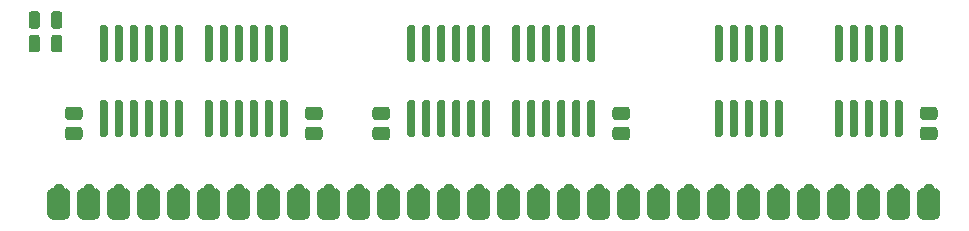
<source format=gts>
G04 #@! TF.GenerationSoftware,KiCad,Pcbnew,(5.1.10-1-10_14)*
G04 #@! TF.CreationDate,2021-07-01T06:10:45-04:00*
G04 #@! TF.ProjectId,GW4191-SOJ,47573431-3931-42d5-934f-4a2e6b696361,1.0-SOJ*
G04 #@! TF.SameCoordinates,Original*
G04 #@! TF.FileFunction,Soldermask,Top*
G04 #@! TF.FilePolarity,Negative*
%FSLAX46Y46*%
G04 Gerber Fmt 4.6, Leading zero omitted, Abs format (unit mm)*
G04 Created by KiCad (PCBNEW (5.1.10-1-10_14)) date 2021-07-01 06:10:45*
%MOMM*%
%LPD*%
G01*
G04 APERTURE LIST*
%ADD10C,0.952400*%
%ADD11C,0.100000*%
G04 APERTURE END LIST*
G36*
G01*
X82854800Y-100939600D02*
X82854800Y-99212400D01*
G75*
G02*
X83337400Y-98729800I482600J0D01*
G01*
X84302600Y-98729800D01*
G75*
G02*
X84785200Y-99212400I0J-482600D01*
G01*
X84785200Y-100939600D01*
G75*
G02*
X84302600Y-101422200I-482600J0D01*
G01*
X83337400Y-101422200D01*
G75*
G02*
X82854800Y-100939600I0J482600D01*
G01*
G37*
G36*
G01*
X85394800Y-100939600D02*
X85394800Y-99212400D01*
G75*
G02*
X85877400Y-98729800I482600J0D01*
G01*
X86842600Y-98729800D01*
G75*
G02*
X87325200Y-99212400I0J-482600D01*
G01*
X87325200Y-100939600D01*
G75*
G02*
X86842600Y-101422200I-482600J0D01*
G01*
X85877400Y-101422200D01*
G75*
G02*
X85394800Y-100939600I0J482600D01*
G01*
G37*
D10*
X88900000Y-98806000D03*
G36*
G01*
X108254800Y-100939600D02*
X108254800Y-99212400D01*
G75*
G02*
X108737400Y-98729800I482600J0D01*
G01*
X109702600Y-98729800D01*
G75*
G02*
X110185200Y-99212400I0J-482600D01*
G01*
X110185200Y-100939600D01*
G75*
G02*
X109702600Y-101422200I-482600J0D01*
G01*
X108737400Y-101422200D01*
G75*
G02*
X108254800Y-100939600I0J482600D01*
G01*
G37*
G36*
G01*
X93014800Y-100939600D02*
X93014800Y-99212400D01*
G75*
G02*
X93497400Y-98729800I482600J0D01*
G01*
X94462600Y-98729800D01*
G75*
G02*
X94945200Y-99212400I0J-482600D01*
G01*
X94945200Y-100939600D01*
G75*
G02*
X94462600Y-101422200I-482600J0D01*
G01*
X93497400Y-101422200D01*
G75*
G02*
X93014800Y-100939600I0J482600D01*
G01*
G37*
G36*
G01*
X110794800Y-100939600D02*
X110794800Y-99212400D01*
G75*
G02*
X111277400Y-98729800I482600J0D01*
G01*
X112242600Y-98729800D01*
G75*
G02*
X112725200Y-99212400I0J-482600D01*
G01*
X112725200Y-100939600D01*
G75*
G02*
X112242600Y-101422200I-482600J0D01*
G01*
X111277400Y-101422200D01*
G75*
G02*
X110794800Y-100939600I0J482600D01*
G01*
G37*
G36*
G01*
X146354800Y-100939600D02*
X146354800Y-99212400D01*
G75*
G02*
X146837400Y-98729800I482600J0D01*
G01*
X147802600Y-98729800D01*
G75*
G02*
X148285200Y-99212400I0J-482600D01*
G01*
X148285200Y-100939600D01*
G75*
G02*
X147802600Y-101422200I-482600J0D01*
G01*
X146837400Y-101422200D01*
G75*
G02*
X146354800Y-100939600I0J482600D01*
G01*
G37*
G36*
G01*
X113334800Y-100939600D02*
X113334800Y-99212400D01*
G75*
G02*
X113817400Y-98729800I482600J0D01*
G01*
X114782600Y-98729800D01*
G75*
G02*
X115265200Y-99212400I0J-482600D01*
G01*
X115265200Y-100939600D01*
G75*
G02*
X114782600Y-101422200I-482600J0D01*
G01*
X113817400Y-101422200D01*
G75*
G02*
X113334800Y-100939600I0J482600D01*
G01*
G37*
G36*
G01*
X115874800Y-100939600D02*
X115874800Y-99212400D01*
G75*
G02*
X116357400Y-98729800I482600J0D01*
G01*
X117322600Y-98729800D01*
G75*
G02*
X117805200Y-99212400I0J-482600D01*
G01*
X117805200Y-100939600D01*
G75*
G02*
X117322600Y-101422200I-482600J0D01*
G01*
X116357400Y-101422200D01*
G75*
G02*
X115874800Y-100939600I0J482600D01*
G01*
G37*
G36*
G01*
X90474800Y-100939600D02*
X90474800Y-99212400D01*
G75*
G02*
X90957400Y-98729800I482600J0D01*
G01*
X91922600Y-98729800D01*
G75*
G02*
X92405200Y-99212400I0J-482600D01*
G01*
X92405200Y-100939600D01*
G75*
G02*
X91922600Y-101422200I-482600J0D01*
G01*
X90957400Y-101422200D01*
G75*
G02*
X90474800Y-100939600I0J482600D01*
G01*
G37*
G36*
G01*
X153974800Y-100939600D02*
X153974800Y-99212400D01*
G75*
G02*
X154457400Y-98729800I482600J0D01*
G01*
X155422600Y-98729800D01*
G75*
G02*
X155905200Y-99212400I0J-482600D01*
G01*
X155905200Y-100939600D01*
G75*
G02*
X155422600Y-101422200I-482600J0D01*
G01*
X154457400Y-101422200D01*
G75*
G02*
X153974800Y-100939600I0J482600D01*
G01*
G37*
G36*
G01*
X87934800Y-100939600D02*
X87934800Y-99212400D01*
G75*
G02*
X88417400Y-98729800I482600J0D01*
G01*
X89382600Y-98729800D01*
G75*
G02*
X89865200Y-99212400I0J-482600D01*
G01*
X89865200Y-100939600D01*
G75*
G02*
X89382600Y-101422200I-482600J0D01*
G01*
X88417400Y-101422200D01*
G75*
G02*
X87934800Y-100939600I0J482600D01*
G01*
G37*
G36*
G01*
X141274800Y-100939600D02*
X141274800Y-99212400D01*
G75*
G02*
X141757400Y-98729800I482600J0D01*
G01*
X142722600Y-98729800D01*
G75*
G02*
X143205200Y-99212400I0J-482600D01*
G01*
X143205200Y-100939600D01*
G75*
G02*
X142722600Y-101422200I-482600J0D01*
G01*
X141757400Y-101422200D01*
G75*
G02*
X141274800Y-100939600I0J482600D01*
G01*
G37*
G36*
G01*
X120954800Y-100939600D02*
X120954800Y-99212400D01*
G75*
G02*
X121437400Y-98729800I482600J0D01*
G01*
X122402600Y-98729800D01*
G75*
G02*
X122885200Y-99212400I0J-482600D01*
G01*
X122885200Y-100939600D01*
G75*
G02*
X122402600Y-101422200I-482600J0D01*
G01*
X121437400Y-101422200D01*
G75*
G02*
X120954800Y-100939600I0J482600D01*
G01*
G37*
G36*
G01*
X131114800Y-100939600D02*
X131114800Y-99212400D01*
G75*
G02*
X131597400Y-98729800I482600J0D01*
G01*
X132562600Y-98729800D01*
G75*
G02*
X133045200Y-99212400I0J-482600D01*
G01*
X133045200Y-100939600D01*
G75*
G02*
X132562600Y-101422200I-482600J0D01*
G01*
X131597400Y-101422200D01*
G75*
G02*
X131114800Y-100939600I0J482600D01*
G01*
G37*
G36*
G01*
X138734800Y-100939600D02*
X138734800Y-99212400D01*
G75*
G02*
X139217400Y-98729800I482600J0D01*
G01*
X140182600Y-98729800D01*
G75*
G02*
X140665200Y-99212400I0J-482600D01*
G01*
X140665200Y-100939600D01*
G75*
G02*
X140182600Y-101422200I-482600J0D01*
G01*
X139217400Y-101422200D01*
G75*
G02*
X138734800Y-100939600I0J482600D01*
G01*
G37*
G36*
G01*
X103174800Y-100939600D02*
X103174800Y-99212400D01*
G75*
G02*
X103657400Y-98729800I482600J0D01*
G01*
X104622600Y-98729800D01*
G75*
G02*
X105105200Y-99212400I0J-482600D01*
G01*
X105105200Y-100939600D01*
G75*
G02*
X104622600Y-101422200I-482600J0D01*
G01*
X103657400Y-101422200D01*
G75*
G02*
X103174800Y-100939600I0J482600D01*
G01*
G37*
G36*
G01*
X126034800Y-100939600D02*
X126034800Y-99212400D01*
G75*
G02*
X126517400Y-98729800I482600J0D01*
G01*
X127482600Y-98729800D01*
G75*
G02*
X127965200Y-99212400I0J-482600D01*
G01*
X127965200Y-100939600D01*
G75*
G02*
X127482600Y-101422200I-482600J0D01*
G01*
X126517400Y-101422200D01*
G75*
G02*
X126034800Y-100939600I0J482600D01*
G01*
G37*
G36*
G01*
X133654800Y-100939600D02*
X133654800Y-99212400D01*
G75*
G02*
X134137400Y-98729800I482600J0D01*
G01*
X135102600Y-98729800D01*
G75*
G02*
X135585200Y-99212400I0J-482600D01*
G01*
X135585200Y-100939600D01*
G75*
G02*
X135102600Y-101422200I-482600J0D01*
G01*
X134137400Y-101422200D01*
G75*
G02*
X133654800Y-100939600I0J482600D01*
G01*
G37*
G36*
G01*
X128574800Y-100939600D02*
X128574800Y-99212400D01*
G75*
G02*
X129057400Y-98729800I482600J0D01*
G01*
X130022600Y-98729800D01*
G75*
G02*
X130505200Y-99212400I0J-482600D01*
G01*
X130505200Y-100939600D01*
G75*
G02*
X130022600Y-101422200I-482600J0D01*
G01*
X129057400Y-101422200D01*
G75*
G02*
X128574800Y-100939600I0J482600D01*
G01*
G37*
G36*
G01*
X105714800Y-100939600D02*
X105714800Y-99212400D01*
G75*
G02*
X106197400Y-98729800I482600J0D01*
G01*
X107162600Y-98729800D01*
G75*
G02*
X107645200Y-99212400I0J-482600D01*
G01*
X107645200Y-100939600D01*
G75*
G02*
X107162600Y-101422200I-482600J0D01*
G01*
X106197400Y-101422200D01*
G75*
G02*
X105714800Y-100939600I0J482600D01*
G01*
G37*
G36*
G01*
X136194800Y-100939600D02*
X136194800Y-99212400D01*
G75*
G02*
X136677400Y-98729800I482600J0D01*
G01*
X137642600Y-98729800D01*
G75*
G02*
X138125200Y-99212400I0J-482600D01*
G01*
X138125200Y-100939600D01*
G75*
G02*
X137642600Y-101422200I-482600J0D01*
G01*
X136677400Y-101422200D01*
G75*
G02*
X136194800Y-100939600I0J482600D01*
G01*
G37*
G36*
G01*
X95554800Y-100939600D02*
X95554800Y-99212400D01*
G75*
G02*
X96037400Y-98729800I482600J0D01*
G01*
X97002600Y-98729800D01*
G75*
G02*
X97485200Y-99212400I0J-482600D01*
G01*
X97485200Y-100939600D01*
G75*
G02*
X97002600Y-101422200I-482600J0D01*
G01*
X96037400Y-101422200D01*
G75*
G02*
X95554800Y-100939600I0J482600D01*
G01*
G37*
G36*
G01*
X123494800Y-100939600D02*
X123494800Y-99212400D01*
G75*
G02*
X123977400Y-98729800I482600J0D01*
G01*
X124942600Y-98729800D01*
G75*
G02*
X125425200Y-99212400I0J-482600D01*
G01*
X125425200Y-100939600D01*
G75*
G02*
X124942600Y-101422200I-482600J0D01*
G01*
X123977400Y-101422200D01*
G75*
G02*
X123494800Y-100939600I0J482600D01*
G01*
G37*
G36*
G01*
X98094800Y-100939600D02*
X98094800Y-99212400D01*
G75*
G02*
X98577400Y-98729800I482600J0D01*
G01*
X99542600Y-98729800D01*
G75*
G02*
X100025200Y-99212400I0J-482600D01*
G01*
X100025200Y-100939600D01*
G75*
G02*
X99542600Y-101422200I-482600J0D01*
G01*
X98577400Y-101422200D01*
G75*
G02*
X98094800Y-100939600I0J482600D01*
G01*
G37*
G36*
G01*
X100634800Y-100939600D02*
X100634800Y-99212400D01*
G75*
G02*
X101117400Y-98729800I482600J0D01*
G01*
X102082600Y-98729800D01*
G75*
G02*
X102565200Y-99212400I0J-482600D01*
G01*
X102565200Y-100939600D01*
G75*
G02*
X102082600Y-101422200I-482600J0D01*
G01*
X101117400Y-101422200D01*
G75*
G02*
X100634800Y-100939600I0J482600D01*
G01*
G37*
G36*
G01*
X148894800Y-100939600D02*
X148894800Y-99212400D01*
G75*
G02*
X149377400Y-98729800I482600J0D01*
G01*
X150342600Y-98729800D01*
G75*
G02*
X150825200Y-99212400I0J-482600D01*
G01*
X150825200Y-100939600D01*
G75*
G02*
X150342600Y-101422200I-482600J0D01*
G01*
X149377400Y-101422200D01*
G75*
G02*
X148894800Y-100939600I0J482600D01*
G01*
G37*
G36*
G01*
X151434800Y-100939600D02*
X151434800Y-99212400D01*
G75*
G02*
X151917400Y-98729800I482600J0D01*
G01*
X152882600Y-98729800D01*
G75*
G02*
X153365200Y-99212400I0J-482600D01*
G01*
X153365200Y-100939600D01*
G75*
G02*
X152882600Y-101422200I-482600J0D01*
G01*
X151917400Y-101422200D01*
G75*
G02*
X151434800Y-100939600I0J482600D01*
G01*
G37*
G36*
G01*
X156514800Y-100939600D02*
X156514800Y-99212400D01*
G75*
G02*
X156997400Y-98729800I482600J0D01*
G01*
X157962600Y-98729800D01*
G75*
G02*
X158445200Y-99212400I0J-482600D01*
G01*
X158445200Y-100939600D01*
G75*
G02*
X157962600Y-101422200I-482600J0D01*
G01*
X156997400Y-101422200D01*
G75*
G02*
X156514800Y-100939600I0J482600D01*
G01*
G37*
G36*
G01*
X118414800Y-100939600D02*
X118414800Y-99212400D01*
G75*
G02*
X118897400Y-98729800I482600J0D01*
G01*
X119862600Y-98729800D01*
G75*
G02*
X120345200Y-99212400I0J-482600D01*
G01*
X120345200Y-100939600D01*
G75*
G02*
X119862600Y-101422200I-482600J0D01*
G01*
X118897400Y-101422200D01*
G75*
G02*
X118414800Y-100939600I0J482600D01*
G01*
G37*
G36*
G01*
X143814800Y-100939600D02*
X143814800Y-99212400D01*
G75*
G02*
X144297400Y-98729800I482600J0D01*
G01*
X145262600Y-98729800D01*
G75*
G02*
X145745200Y-99212400I0J-482600D01*
G01*
X145745200Y-100939600D01*
G75*
G02*
X145262600Y-101422200I-482600J0D01*
G01*
X144297400Y-101422200D01*
G75*
G02*
X143814800Y-100939600I0J482600D01*
G01*
G37*
X86360000Y-98806000D03*
X83820000Y-98806000D03*
X93980000Y-98806000D03*
X91440000Y-98806000D03*
X96520000Y-98806000D03*
X99060000Y-98806000D03*
X104140000Y-98806000D03*
X101600000Y-98806000D03*
X109220000Y-98806000D03*
X106680000Y-98806000D03*
X111760000Y-98806000D03*
X116840000Y-98806000D03*
X114300000Y-98806000D03*
X119380000Y-98806000D03*
X124460000Y-98806000D03*
X121920000Y-98806000D03*
X127000000Y-98806000D03*
X149860000Y-98806000D03*
X147320000Y-98806000D03*
X152400000Y-98806000D03*
X134620000Y-98806000D03*
X132080000Y-98806000D03*
X137160000Y-98806000D03*
X142240000Y-98806000D03*
X139700000Y-98806000D03*
X144780000Y-98806000D03*
X129540000Y-98806000D03*
X154940000Y-98806000D03*
X157480000Y-98806000D03*
G36*
G01*
X84627500Y-93532000D02*
X85552500Y-93532000D01*
G75*
G02*
X85840000Y-93819500I0J-287500D01*
G01*
X85840000Y-94394500D01*
G75*
G02*
X85552500Y-94682000I-287500J0D01*
G01*
X84627500Y-94682000D01*
G75*
G02*
X84340000Y-94394500I0J287500D01*
G01*
X84340000Y-93819500D01*
G75*
G02*
X84627500Y-93532000I287500J0D01*
G01*
G37*
G36*
G01*
X84627500Y-91832000D02*
X85552500Y-91832000D01*
G75*
G02*
X85840000Y-92119500I0J-287500D01*
G01*
X85840000Y-92694500D01*
G75*
G02*
X85552500Y-92982000I-287500J0D01*
G01*
X84627500Y-92982000D01*
G75*
G02*
X84340000Y-92694500I0J287500D01*
G01*
X84340000Y-92119500D01*
G75*
G02*
X84627500Y-91832000I287500J0D01*
G01*
G37*
G36*
G01*
X104947500Y-93532000D02*
X105872500Y-93532000D01*
G75*
G02*
X106160000Y-93819500I0J-287500D01*
G01*
X106160000Y-94394500D01*
G75*
G02*
X105872500Y-94682000I-287500J0D01*
G01*
X104947500Y-94682000D01*
G75*
G02*
X104660000Y-94394500I0J287500D01*
G01*
X104660000Y-93819500D01*
G75*
G02*
X104947500Y-93532000I287500J0D01*
G01*
G37*
G36*
G01*
X104947500Y-91832000D02*
X105872500Y-91832000D01*
G75*
G02*
X106160000Y-92119500I0J-287500D01*
G01*
X106160000Y-92694500D01*
G75*
G02*
X105872500Y-92982000I-287500J0D01*
G01*
X104947500Y-92982000D01*
G75*
G02*
X104660000Y-92694500I0J287500D01*
G01*
X104660000Y-92119500D01*
G75*
G02*
X104947500Y-91832000I287500J0D01*
G01*
G37*
G36*
G01*
X110662500Y-93532000D02*
X111587500Y-93532000D01*
G75*
G02*
X111875000Y-93819500I0J-287500D01*
G01*
X111875000Y-94394500D01*
G75*
G02*
X111587500Y-94682000I-287500J0D01*
G01*
X110662500Y-94682000D01*
G75*
G02*
X110375000Y-94394500I0J287500D01*
G01*
X110375000Y-93819500D01*
G75*
G02*
X110662500Y-93532000I287500J0D01*
G01*
G37*
G36*
G01*
X110662500Y-91832000D02*
X111587500Y-91832000D01*
G75*
G02*
X111875000Y-92119500I0J-287500D01*
G01*
X111875000Y-92694500D01*
G75*
G02*
X111587500Y-92982000I-287500J0D01*
G01*
X110662500Y-92982000D01*
G75*
G02*
X110375000Y-92694500I0J287500D01*
G01*
X110375000Y-92119500D01*
G75*
G02*
X110662500Y-91832000I287500J0D01*
G01*
G37*
G36*
G01*
X157942500Y-92982000D02*
X157017500Y-92982000D01*
G75*
G02*
X156730000Y-92694500I0J287500D01*
G01*
X156730000Y-92119500D01*
G75*
G02*
X157017500Y-91832000I287500J0D01*
G01*
X157942500Y-91832000D01*
G75*
G02*
X158230000Y-92119500I0J-287500D01*
G01*
X158230000Y-92694500D01*
G75*
G02*
X157942500Y-92982000I-287500J0D01*
G01*
G37*
G36*
G01*
X157942500Y-94682000D02*
X157017500Y-94682000D01*
G75*
G02*
X156730000Y-94394500I0J287500D01*
G01*
X156730000Y-93819500D01*
G75*
G02*
X157017500Y-93532000I287500J0D01*
G01*
X157942500Y-93532000D01*
G75*
G02*
X158230000Y-93819500I0J-287500D01*
G01*
X158230000Y-94394500D01*
G75*
G02*
X157942500Y-94682000I-287500J0D01*
G01*
G37*
G36*
G01*
X130982500Y-93532000D02*
X131907500Y-93532000D01*
G75*
G02*
X132195000Y-93819500I0J-287500D01*
G01*
X132195000Y-94394500D01*
G75*
G02*
X131907500Y-94682000I-287500J0D01*
G01*
X130982500Y-94682000D01*
G75*
G02*
X130695000Y-94394500I0J287500D01*
G01*
X130695000Y-93819500D01*
G75*
G02*
X130982500Y-93532000I287500J0D01*
G01*
G37*
G36*
G01*
X130982500Y-91832000D02*
X131907500Y-91832000D01*
G75*
G02*
X132195000Y-92119500I0J-287500D01*
G01*
X132195000Y-92694500D01*
G75*
G02*
X131907500Y-92982000I-287500J0D01*
G01*
X130982500Y-92982000D01*
G75*
G02*
X130695000Y-92694500I0J287500D01*
G01*
X130695000Y-92119500D01*
G75*
G02*
X130982500Y-91832000I287500J0D01*
G01*
G37*
G36*
G01*
X82225000Y-85987500D02*
X82225000Y-87012500D01*
G75*
G02*
X81987500Y-87250000I-237500J0D01*
G01*
X81512500Y-87250000D01*
G75*
G02*
X81275000Y-87012500I0J237500D01*
G01*
X81275000Y-85987500D01*
G75*
G02*
X81512500Y-85750000I237500J0D01*
G01*
X81987500Y-85750000D01*
G75*
G02*
X82225000Y-85987500I0J-237500D01*
G01*
G37*
G36*
G01*
X84125000Y-85987500D02*
X84125000Y-87012500D01*
G75*
G02*
X83887500Y-87250000I-237500J0D01*
G01*
X83412500Y-87250000D01*
G75*
G02*
X83175000Y-87012500I0J237500D01*
G01*
X83175000Y-85987500D01*
G75*
G02*
X83412500Y-85750000I237500J0D01*
G01*
X83887500Y-85750000D01*
G75*
G02*
X84125000Y-85987500I0J-237500D01*
G01*
G37*
G36*
G01*
X83175000Y-85012500D02*
X83175000Y-83987500D01*
G75*
G02*
X83412500Y-83750000I237500J0D01*
G01*
X83887500Y-83750000D01*
G75*
G02*
X84125000Y-83987500I0J-237500D01*
G01*
X84125000Y-85012500D01*
G75*
G02*
X83887500Y-85250000I-237500J0D01*
G01*
X83412500Y-85250000D01*
G75*
G02*
X83175000Y-85012500I0J237500D01*
G01*
G37*
G36*
G01*
X81275000Y-85012500D02*
X81275000Y-83987500D01*
G75*
G02*
X81512500Y-83750000I237500J0D01*
G01*
X81987500Y-83750000D01*
G75*
G02*
X82225000Y-83987500I0J-237500D01*
G01*
X82225000Y-85012500D01*
G75*
G02*
X81987500Y-85250000I-237500J0D01*
G01*
X81512500Y-85250000D01*
G75*
G02*
X81275000Y-85012500I0J237500D01*
G01*
G37*
G36*
G01*
X122730000Y-94411000D02*
X122380000Y-94411000D01*
G75*
G02*
X122205000Y-94236000I0J175000D01*
G01*
X122205000Y-91438000D01*
G75*
G02*
X122380000Y-91263000I175000J0D01*
G01*
X122730000Y-91263000D01*
G75*
G02*
X122905000Y-91438000I0J-175000D01*
G01*
X122905000Y-94236000D01*
G75*
G02*
X122730000Y-94411000I-175000J0D01*
G01*
G37*
G36*
G01*
X122730000Y-88061000D02*
X122380000Y-88061000D01*
G75*
G02*
X122205000Y-87886000I0J175000D01*
G01*
X122205000Y-85088000D01*
G75*
G02*
X122380000Y-84913000I175000J0D01*
G01*
X122730000Y-84913000D01*
G75*
G02*
X122905000Y-85088000I0J-175000D01*
G01*
X122905000Y-87886000D01*
G75*
G02*
X122730000Y-88061000I-175000J0D01*
G01*
G37*
G36*
G01*
X120190000Y-94411000D02*
X119840000Y-94411000D01*
G75*
G02*
X119665000Y-94236000I0J175000D01*
G01*
X119665000Y-91438000D01*
G75*
G02*
X119840000Y-91263000I175000J0D01*
G01*
X120190000Y-91263000D01*
G75*
G02*
X120365000Y-91438000I0J-175000D01*
G01*
X120365000Y-94236000D01*
G75*
G02*
X120190000Y-94411000I-175000J0D01*
G01*
G37*
G36*
G01*
X120190000Y-88061000D02*
X119840000Y-88061000D01*
G75*
G02*
X119665000Y-87886000I0J175000D01*
G01*
X119665000Y-85088000D01*
G75*
G02*
X119840000Y-84913000I175000J0D01*
G01*
X120190000Y-84913000D01*
G75*
G02*
X120365000Y-85088000I0J-175000D01*
G01*
X120365000Y-87886000D01*
G75*
G02*
X120190000Y-88061000I-175000J0D01*
G01*
G37*
G36*
G01*
X113840000Y-94411000D02*
X113490000Y-94411000D01*
G75*
G02*
X113315000Y-94236000I0J175000D01*
G01*
X113315000Y-91438000D01*
G75*
G02*
X113490000Y-91263000I175000J0D01*
G01*
X113840000Y-91263000D01*
G75*
G02*
X114015000Y-91438000I0J-175000D01*
G01*
X114015000Y-94236000D01*
G75*
G02*
X113840000Y-94411000I-175000J0D01*
G01*
G37*
G36*
G01*
X115110000Y-94411000D02*
X114760000Y-94411000D01*
G75*
G02*
X114585000Y-94236000I0J175000D01*
G01*
X114585000Y-91438000D01*
G75*
G02*
X114760000Y-91263000I175000J0D01*
G01*
X115110000Y-91263000D01*
G75*
G02*
X115285000Y-91438000I0J-175000D01*
G01*
X115285000Y-94236000D01*
G75*
G02*
X115110000Y-94411000I-175000J0D01*
G01*
G37*
G36*
G01*
X116380000Y-94411000D02*
X116030000Y-94411000D01*
G75*
G02*
X115855000Y-94236000I0J175000D01*
G01*
X115855000Y-91438000D01*
G75*
G02*
X116030000Y-91263000I175000J0D01*
G01*
X116380000Y-91263000D01*
G75*
G02*
X116555000Y-91438000I0J-175000D01*
G01*
X116555000Y-94236000D01*
G75*
G02*
X116380000Y-94411000I-175000J0D01*
G01*
G37*
G36*
G01*
X117650000Y-94411000D02*
X117300000Y-94411000D01*
G75*
G02*
X117125000Y-94236000I0J175000D01*
G01*
X117125000Y-91438000D01*
G75*
G02*
X117300000Y-91263000I175000J0D01*
G01*
X117650000Y-91263000D01*
G75*
G02*
X117825000Y-91438000I0J-175000D01*
G01*
X117825000Y-94236000D01*
G75*
G02*
X117650000Y-94411000I-175000J0D01*
G01*
G37*
G36*
G01*
X118920000Y-94411000D02*
X118570000Y-94411000D01*
G75*
G02*
X118395000Y-94236000I0J175000D01*
G01*
X118395000Y-91438000D01*
G75*
G02*
X118570000Y-91263000I175000J0D01*
G01*
X118920000Y-91263000D01*
G75*
G02*
X119095000Y-91438000I0J-175000D01*
G01*
X119095000Y-94236000D01*
G75*
G02*
X118920000Y-94411000I-175000J0D01*
G01*
G37*
G36*
G01*
X124000000Y-94411000D02*
X123650000Y-94411000D01*
G75*
G02*
X123475000Y-94236000I0J175000D01*
G01*
X123475000Y-91438000D01*
G75*
G02*
X123650000Y-91263000I175000J0D01*
G01*
X124000000Y-91263000D01*
G75*
G02*
X124175000Y-91438000I0J-175000D01*
G01*
X124175000Y-94236000D01*
G75*
G02*
X124000000Y-94411000I-175000J0D01*
G01*
G37*
G36*
G01*
X125270000Y-94411000D02*
X124920000Y-94411000D01*
G75*
G02*
X124745000Y-94236000I0J175000D01*
G01*
X124745000Y-91438000D01*
G75*
G02*
X124920000Y-91263000I175000J0D01*
G01*
X125270000Y-91263000D01*
G75*
G02*
X125445000Y-91438000I0J-175000D01*
G01*
X125445000Y-94236000D01*
G75*
G02*
X125270000Y-94411000I-175000J0D01*
G01*
G37*
G36*
G01*
X126540000Y-94411000D02*
X126190000Y-94411000D01*
G75*
G02*
X126015000Y-94236000I0J175000D01*
G01*
X126015000Y-91438000D01*
G75*
G02*
X126190000Y-91263000I175000J0D01*
G01*
X126540000Y-91263000D01*
G75*
G02*
X126715000Y-91438000I0J-175000D01*
G01*
X126715000Y-94236000D01*
G75*
G02*
X126540000Y-94411000I-175000J0D01*
G01*
G37*
G36*
G01*
X127810000Y-94411000D02*
X127460000Y-94411000D01*
G75*
G02*
X127285000Y-94236000I0J175000D01*
G01*
X127285000Y-91438000D01*
G75*
G02*
X127460000Y-91263000I175000J0D01*
G01*
X127810000Y-91263000D01*
G75*
G02*
X127985000Y-91438000I0J-175000D01*
G01*
X127985000Y-94236000D01*
G75*
G02*
X127810000Y-94411000I-175000J0D01*
G01*
G37*
G36*
G01*
X129080000Y-94411000D02*
X128730000Y-94411000D01*
G75*
G02*
X128555000Y-94236000I0J175000D01*
G01*
X128555000Y-91438000D01*
G75*
G02*
X128730000Y-91263000I175000J0D01*
G01*
X129080000Y-91263000D01*
G75*
G02*
X129255000Y-91438000I0J-175000D01*
G01*
X129255000Y-94236000D01*
G75*
G02*
X129080000Y-94411000I-175000J0D01*
G01*
G37*
G36*
G01*
X127810000Y-88061000D02*
X127460000Y-88061000D01*
G75*
G02*
X127285000Y-87886000I0J175000D01*
G01*
X127285000Y-85088000D01*
G75*
G02*
X127460000Y-84913000I175000J0D01*
G01*
X127810000Y-84913000D01*
G75*
G02*
X127985000Y-85088000I0J-175000D01*
G01*
X127985000Y-87886000D01*
G75*
G02*
X127810000Y-88061000I-175000J0D01*
G01*
G37*
G36*
G01*
X126540000Y-88061000D02*
X126190000Y-88061000D01*
G75*
G02*
X126015000Y-87886000I0J175000D01*
G01*
X126015000Y-85088000D01*
G75*
G02*
X126190000Y-84913000I175000J0D01*
G01*
X126540000Y-84913000D01*
G75*
G02*
X126715000Y-85088000I0J-175000D01*
G01*
X126715000Y-87886000D01*
G75*
G02*
X126540000Y-88061000I-175000J0D01*
G01*
G37*
G36*
G01*
X125270000Y-88061000D02*
X124920000Y-88061000D01*
G75*
G02*
X124745000Y-87886000I0J175000D01*
G01*
X124745000Y-85088000D01*
G75*
G02*
X124920000Y-84913000I175000J0D01*
G01*
X125270000Y-84913000D01*
G75*
G02*
X125445000Y-85088000I0J-175000D01*
G01*
X125445000Y-87886000D01*
G75*
G02*
X125270000Y-88061000I-175000J0D01*
G01*
G37*
G36*
G01*
X124000000Y-88061000D02*
X123650000Y-88061000D01*
G75*
G02*
X123475000Y-87886000I0J175000D01*
G01*
X123475000Y-85088000D01*
G75*
G02*
X123650000Y-84913000I175000J0D01*
G01*
X124000000Y-84913000D01*
G75*
G02*
X124175000Y-85088000I0J-175000D01*
G01*
X124175000Y-87886000D01*
G75*
G02*
X124000000Y-88061000I-175000J0D01*
G01*
G37*
G36*
G01*
X118920000Y-88061000D02*
X118570000Y-88061000D01*
G75*
G02*
X118395000Y-87886000I0J175000D01*
G01*
X118395000Y-85088000D01*
G75*
G02*
X118570000Y-84913000I175000J0D01*
G01*
X118920000Y-84913000D01*
G75*
G02*
X119095000Y-85088000I0J-175000D01*
G01*
X119095000Y-87886000D01*
G75*
G02*
X118920000Y-88061000I-175000J0D01*
G01*
G37*
G36*
G01*
X117650000Y-88061000D02*
X117300000Y-88061000D01*
G75*
G02*
X117125000Y-87886000I0J175000D01*
G01*
X117125000Y-85088000D01*
G75*
G02*
X117300000Y-84913000I175000J0D01*
G01*
X117650000Y-84913000D01*
G75*
G02*
X117825000Y-85088000I0J-175000D01*
G01*
X117825000Y-87886000D01*
G75*
G02*
X117650000Y-88061000I-175000J0D01*
G01*
G37*
G36*
G01*
X116380000Y-88061000D02*
X116030000Y-88061000D01*
G75*
G02*
X115855000Y-87886000I0J175000D01*
G01*
X115855000Y-85088000D01*
G75*
G02*
X116030000Y-84913000I175000J0D01*
G01*
X116380000Y-84913000D01*
G75*
G02*
X116555000Y-85088000I0J-175000D01*
G01*
X116555000Y-87886000D01*
G75*
G02*
X116380000Y-88061000I-175000J0D01*
G01*
G37*
G36*
G01*
X115110000Y-88061000D02*
X114760000Y-88061000D01*
G75*
G02*
X114585000Y-87886000I0J175000D01*
G01*
X114585000Y-85088000D01*
G75*
G02*
X114760000Y-84913000I175000J0D01*
G01*
X115110000Y-84913000D01*
G75*
G02*
X115285000Y-85088000I0J-175000D01*
G01*
X115285000Y-87886000D01*
G75*
G02*
X115110000Y-88061000I-175000J0D01*
G01*
G37*
G36*
G01*
X113840000Y-88061000D02*
X113490000Y-88061000D01*
G75*
G02*
X113315000Y-87886000I0J175000D01*
G01*
X113315000Y-85088000D01*
G75*
G02*
X113490000Y-84913000I175000J0D01*
G01*
X113840000Y-84913000D01*
G75*
G02*
X114015000Y-85088000I0J-175000D01*
G01*
X114015000Y-87886000D01*
G75*
G02*
X113840000Y-88061000I-175000J0D01*
G01*
G37*
G36*
G01*
X129080000Y-88061000D02*
X128730000Y-88061000D01*
G75*
G02*
X128555000Y-87886000I0J175000D01*
G01*
X128555000Y-85088000D01*
G75*
G02*
X128730000Y-84913000I175000J0D01*
G01*
X129080000Y-84913000D01*
G75*
G02*
X129255000Y-85088000I0J-175000D01*
G01*
X129255000Y-87886000D01*
G75*
G02*
X129080000Y-88061000I-175000J0D01*
G01*
G37*
G36*
G01*
X103045000Y-88061000D02*
X102695000Y-88061000D01*
G75*
G02*
X102520000Y-87886000I0J175000D01*
G01*
X102520000Y-85088000D01*
G75*
G02*
X102695000Y-84913000I175000J0D01*
G01*
X103045000Y-84913000D01*
G75*
G02*
X103220000Y-85088000I0J-175000D01*
G01*
X103220000Y-87886000D01*
G75*
G02*
X103045000Y-88061000I-175000J0D01*
G01*
G37*
G36*
G01*
X87805000Y-88061000D02*
X87455000Y-88061000D01*
G75*
G02*
X87280000Y-87886000I0J175000D01*
G01*
X87280000Y-85088000D01*
G75*
G02*
X87455000Y-84913000I175000J0D01*
G01*
X87805000Y-84913000D01*
G75*
G02*
X87980000Y-85088000I0J-175000D01*
G01*
X87980000Y-87886000D01*
G75*
G02*
X87805000Y-88061000I-175000J0D01*
G01*
G37*
G36*
G01*
X89075000Y-88061000D02*
X88725000Y-88061000D01*
G75*
G02*
X88550000Y-87886000I0J175000D01*
G01*
X88550000Y-85088000D01*
G75*
G02*
X88725000Y-84913000I175000J0D01*
G01*
X89075000Y-84913000D01*
G75*
G02*
X89250000Y-85088000I0J-175000D01*
G01*
X89250000Y-87886000D01*
G75*
G02*
X89075000Y-88061000I-175000J0D01*
G01*
G37*
G36*
G01*
X90345000Y-88061000D02*
X89995000Y-88061000D01*
G75*
G02*
X89820000Y-87886000I0J175000D01*
G01*
X89820000Y-85088000D01*
G75*
G02*
X89995000Y-84913000I175000J0D01*
G01*
X90345000Y-84913000D01*
G75*
G02*
X90520000Y-85088000I0J-175000D01*
G01*
X90520000Y-87886000D01*
G75*
G02*
X90345000Y-88061000I-175000J0D01*
G01*
G37*
G36*
G01*
X91615000Y-88061000D02*
X91265000Y-88061000D01*
G75*
G02*
X91090000Y-87886000I0J175000D01*
G01*
X91090000Y-85088000D01*
G75*
G02*
X91265000Y-84913000I175000J0D01*
G01*
X91615000Y-84913000D01*
G75*
G02*
X91790000Y-85088000I0J-175000D01*
G01*
X91790000Y-87886000D01*
G75*
G02*
X91615000Y-88061000I-175000J0D01*
G01*
G37*
G36*
G01*
X92885000Y-88061000D02*
X92535000Y-88061000D01*
G75*
G02*
X92360000Y-87886000I0J175000D01*
G01*
X92360000Y-85088000D01*
G75*
G02*
X92535000Y-84913000I175000J0D01*
G01*
X92885000Y-84913000D01*
G75*
G02*
X93060000Y-85088000I0J-175000D01*
G01*
X93060000Y-87886000D01*
G75*
G02*
X92885000Y-88061000I-175000J0D01*
G01*
G37*
G36*
G01*
X97965000Y-88061000D02*
X97615000Y-88061000D01*
G75*
G02*
X97440000Y-87886000I0J175000D01*
G01*
X97440000Y-85088000D01*
G75*
G02*
X97615000Y-84913000I175000J0D01*
G01*
X97965000Y-84913000D01*
G75*
G02*
X98140000Y-85088000I0J-175000D01*
G01*
X98140000Y-87886000D01*
G75*
G02*
X97965000Y-88061000I-175000J0D01*
G01*
G37*
G36*
G01*
X99235000Y-88061000D02*
X98885000Y-88061000D01*
G75*
G02*
X98710000Y-87886000I0J175000D01*
G01*
X98710000Y-85088000D01*
G75*
G02*
X98885000Y-84913000I175000J0D01*
G01*
X99235000Y-84913000D01*
G75*
G02*
X99410000Y-85088000I0J-175000D01*
G01*
X99410000Y-87886000D01*
G75*
G02*
X99235000Y-88061000I-175000J0D01*
G01*
G37*
G36*
G01*
X100505000Y-88061000D02*
X100155000Y-88061000D01*
G75*
G02*
X99980000Y-87886000I0J175000D01*
G01*
X99980000Y-85088000D01*
G75*
G02*
X100155000Y-84913000I175000J0D01*
G01*
X100505000Y-84913000D01*
G75*
G02*
X100680000Y-85088000I0J-175000D01*
G01*
X100680000Y-87886000D01*
G75*
G02*
X100505000Y-88061000I-175000J0D01*
G01*
G37*
G36*
G01*
X101775000Y-88061000D02*
X101425000Y-88061000D01*
G75*
G02*
X101250000Y-87886000I0J175000D01*
G01*
X101250000Y-85088000D01*
G75*
G02*
X101425000Y-84913000I175000J0D01*
G01*
X101775000Y-84913000D01*
G75*
G02*
X101950000Y-85088000I0J-175000D01*
G01*
X101950000Y-87886000D01*
G75*
G02*
X101775000Y-88061000I-175000J0D01*
G01*
G37*
G36*
G01*
X103045000Y-94411000D02*
X102695000Y-94411000D01*
G75*
G02*
X102520000Y-94236000I0J175000D01*
G01*
X102520000Y-91438000D01*
G75*
G02*
X102695000Y-91263000I175000J0D01*
G01*
X103045000Y-91263000D01*
G75*
G02*
X103220000Y-91438000I0J-175000D01*
G01*
X103220000Y-94236000D01*
G75*
G02*
X103045000Y-94411000I-175000J0D01*
G01*
G37*
G36*
G01*
X101775000Y-94411000D02*
X101425000Y-94411000D01*
G75*
G02*
X101250000Y-94236000I0J175000D01*
G01*
X101250000Y-91438000D01*
G75*
G02*
X101425000Y-91263000I175000J0D01*
G01*
X101775000Y-91263000D01*
G75*
G02*
X101950000Y-91438000I0J-175000D01*
G01*
X101950000Y-94236000D01*
G75*
G02*
X101775000Y-94411000I-175000J0D01*
G01*
G37*
G36*
G01*
X100505000Y-94411000D02*
X100155000Y-94411000D01*
G75*
G02*
X99980000Y-94236000I0J175000D01*
G01*
X99980000Y-91438000D01*
G75*
G02*
X100155000Y-91263000I175000J0D01*
G01*
X100505000Y-91263000D01*
G75*
G02*
X100680000Y-91438000I0J-175000D01*
G01*
X100680000Y-94236000D01*
G75*
G02*
X100505000Y-94411000I-175000J0D01*
G01*
G37*
G36*
G01*
X99235000Y-94411000D02*
X98885000Y-94411000D01*
G75*
G02*
X98710000Y-94236000I0J175000D01*
G01*
X98710000Y-91438000D01*
G75*
G02*
X98885000Y-91263000I175000J0D01*
G01*
X99235000Y-91263000D01*
G75*
G02*
X99410000Y-91438000I0J-175000D01*
G01*
X99410000Y-94236000D01*
G75*
G02*
X99235000Y-94411000I-175000J0D01*
G01*
G37*
G36*
G01*
X97965000Y-94411000D02*
X97615000Y-94411000D01*
G75*
G02*
X97440000Y-94236000I0J175000D01*
G01*
X97440000Y-91438000D01*
G75*
G02*
X97615000Y-91263000I175000J0D01*
G01*
X97965000Y-91263000D01*
G75*
G02*
X98140000Y-91438000I0J-175000D01*
G01*
X98140000Y-94236000D01*
G75*
G02*
X97965000Y-94411000I-175000J0D01*
G01*
G37*
G36*
G01*
X92885000Y-94411000D02*
X92535000Y-94411000D01*
G75*
G02*
X92360000Y-94236000I0J175000D01*
G01*
X92360000Y-91438000D01*
G75*
G02*
X92535000Y-91263000I175000J0D01*
G01*
X92885000Y-91263000D01*
G75*
G02*
X93060000Y-91438000I0J-175000D01*
G01*
X93060000Y-94236000D01*
G75*
G02*
X92885000Y-94411000I-175000J0D01*
G01*
G37*
G36*
G01*
X91615000Y-94411000D02*
X91265000Y-94411000D01*
G75*
G02*
X91090000Y-94236000I0J175000D01*
G01*
X91090000Y-91438000D01*
G75*
G02*
X91265000Y-91263000I175000J0D01*
G01*
X91615000Y-91263000D01*
G75*
G02*
X91790000Y-91438000I0J-175000D01*
G01*
X91790000Y-94236000D01*
G75*
G02*
X91615000Y-94411000I-175000J0D01*
G01*
G37*
G36*
G01*
X90345000Y-94411000D02*
X89995000Y-94411000D01*
G75*
G02*
X89820000Y-94236000I0J175000D01*
G01*
X89820000Y-91438000D01*
G75*
G02*
X89995000Y-91263000I175000J0D01*
G01*
X90345000Y-91263000D01*
G75*
G02*
X90520000Y-91438000I0J-175000D01*
G01*
X90520000Y-94236000D01*
G75*
G02*
X90345000Y-94411000I-175000J0D01*
G01*
G37*
G36*
G01*
X89075000Y-94411000D02*
X88725000Y-94411000D01*
G75*
G02*
X88550000Y-94236000I0J175000D01*
G01*
X88550000Y-91438000D01*
G75*
G02*
X88725000Y-91263000I175000J0D01*
G01*
X89075000Y-91263000D01*
G75*
G02*
X89250000Y-91438000I0J-175000D01*
G01*
X89250000Y-94236000D01*
G75*
G02*
X89075000Y-94411000I-175000J0D01*
G01*
G37*
G36*
G01*
X87805000Y-94411000D02*
X87455000Y-94411000D01*
G75*
G02*
X87280000Y-94236000I0J175000D01*
G01*
X87280000Y-91438000D01*
G75*
G02*
X87455000Y-91263000I175000J0D01*
G01*
X87805000Y-91263000D01*
G75*
G02*
X87980000Y-91438000I0J-175000D01*
G01*
X87980000Y-94236000D01*
G75*
G02*
X87805000Y-94411000I-175000J0D01*
G01*
G37*
G36*
G01*
X94155000Y-88061000D02*
X93805000Y-88061000D01*
G75*
G02*
X93630000Y-87886000I0J175000D01*
G01*
X93630000Y-85088000D01*
G75*
G02*
X93805000Y-84913000I175000J0D01*
G01*
X94155000Y-84913000D01*
G75*
G02*
X94330000Y-85088000I0J-175000D01*
G01*
X94330000Y-87886000D01*
G75*
G02*
X94155000Y-88061000I-175000J0D01*
G01*
G37*
G36*
G01*
X94155000Y-94411000D02*
X93805000Y-94411000D01*
G75*
G02*
X93630000Y-94236000I0J175000D01*
G01*
X93630000Y-91438000D01*
G75*
G02*
X93805000Y-91263000I175000J0D01*
G01*
X94155000Y-91263000D01*
G75*
G02*
X94330000Y-91438000I0J-175000D01*
G01*
X94330000Y-94236000D01*
G75*
G02*
X94155000Y-94411000I-175000J0D01*
G01*
G37*
G36*
G01*
X96695000Y-88061000D02*
X96345000Y-88061000D01*
G75*
G02*
X96170000Y-87886000I0J175000D01*
G01*
X96170000Y-85088000D01*
G75*
G02*
X96345000Y-84913000I175000J0D01*
G01*
X96695000Y-84913000D01*
G75*
G02*
X96870000Y-85088000I0J-175000D01*
G01*
X96870000Y-87886000D01*
G75*
G02*
X96695000Y-88061000I-175000J0D01*
G01*
G37*
G36*
G01*
X96695000Y-94411000D02*
X96345000Y-94411000D01*
G75*
G02*
X96170000Y-94236000I0J175000D01*
G01*
X96170000Y-91438000D01*
G75*
G02*
X96345000Y-91263000I175000J0D01*
G01*
X96695000Y-91263000D01*
G75*
G02*
X96870000Y-91438000I0J-175000D01*
G01*
X96870000Y-94236000D01*
G75*
G02*
X96695000Y-94411000I-175000J0D01*
G01*
G37*
G36*
G01*
X139875000Y-94411000D02*
X139525000Y-94411000D01*
G75*
G02*
X139350000Y-94236000I0J175000D01*
G01*
X139350000Y-91438000D01*
G75*
G02*
X139525000Y-91263000I175000J0D01*
G01*
X139875000Y-91263000D01*
G75*
G02*
X140050000Y-91438000I0J-175000D01*
G01*
X140050000Y-94236000D01*
G75*
G02*
X139875000Y-94411000I-175000J0D01*
G01*
G37*
G36*
G01*
X141145000Y-94411000D02*
X140795000Y-94411000D01*
G75*
G02*
X140620000Y-94236000I0J175000D01*
G01*
X140620000Y-91438000D01*
G75*
G02*
X140795000Y-91263000I175000J0D01*
G01*
X141145000Y-91263000D01*
G75*
G02*
X141320000Y-91438000I0J-175000D01*
G01*
X141320000Y-94236000D01*
G75*
G02*
X141145000Y-94411000I-175000J0D01*
G01*
G37*
G36*
G01*
X142415000Y-94411000D02*
X142065000Y-94411000D01*
G75*
G02*
X141890000Y-94236000I0J175000D01*
G01*
X141890000Y-91438000D01*
G75*
G02*
X142065000Y-91263000I175000J0D01*
G01*
X142415000Y-91263000D01*
G75*
G02*
X142590000Y-91438000I0J-175000D01*
G01*
X142590000Y-94236000D01*
G75*
G02*
X142415000Y-94411000I-175000J0D01*
G01*
G37*
G36*
G01*
X143685000Y-94411000D02*
X143335000Y-94411000D01*
G75*
G02*
X143160000Y-94236000I0J175000D01*
G01*
X143160000Y-91438000D01*
G75*
G02*
X143335000Y-91263000I175000J0D01*
G01*
X143685000Y-91263000D01*
G75*
G02*
X143860000Y-91438000I0J-175000D01*
G01*
X143860000Y-94236000D01*
G75*
G02*
X143685000Y-94411000I-175000J0D01*
G01*
G37*
G36*
G01*
X144955000Y-94411000D02*
X144605000Y-94411000D01*
G75*
G02*
X144430000Y-94236000I0J175000D01*
G01*
X144430000Y-91438000D01*
G75*
G02*
X144605000Y-91263000I175000J0D01*
G01*
X144955000Y-91263000D01*
G75*
G02*
X145130000Y-91438000I0J-175000D01*
G01*
X145130000Y-94236000D01*
G75*
G02*
X144955000Y-94411000I-175000J0D01*
G01*
G37*
G36*
G01*
X150035000Y-94411000D02*
X149685000Y-94411000D01*
G75*
G02*
X149510000Y-94236000I0J175000D01*
G01*
X149510000Y-91438000D01*
G75*
G02*
X149685000Y-91263000I175000J0D01*
G01*
X150035000Y-91263000D01*
G75*
G02*
X150210000Y-91438000I0J-175000D01*
G01*
X150210000Y-94236000D01*
G75*
G02*
X150035000Y-94411000I-175000J0D01*
G01*
G37*
G36*
G01*
X151305000Y-94411000D02*
X150955000Y-94411000D01*
G75*
G02*
X150780000Y-94236000I0J175000D01*
G01*
X150780000Y-91438000D01*
G75*
G02*
X150955000Y-91263000I175000J0D01*
G01*
X151305000Y-91263000D01*
G75*
G02*
X151480000Y-91438000I0J-175000D01*
G01*
X151480000Y-94236000D01*
G75*
G02*
X151305000Y-94411000I-175000J0D01*
G01*
G37*
G36*
G01*
X152575000Y-94411000D02*
X152225000Y-94411000D01*
G75*
G02*
X152050000Y-94236000I0J175000D01*
G01*
X152050000Y-91438000D01*
G75*
G02*
X152225000Y-91263000I175000J0D01*
G01*
X152575000Y-91263000D01*
G75*
G02*
X152750000Y-91438000I0J-175000D01*
G01*
X152750000Y-94236000D01*
G75*
G02*
X152575000Y-94411000I-175000J0D01*
G01*
G37*
G36*
G01*
X153845000Y-94411000D02*
X153495000Y-94411000D01*
G75*
G02*
X153320000Y-94236000I0J175000D01*
G01*
X153320000Y-91438000D01*
G75*
G02*
X153495000Y-91263000I175000J0D01*
G01*
X153845000Y-91263000D01*
G75*
G02*
X154020000Y-91438000I0J-175000D01*
G01*
X154020000Y-94236000D01*
G75*
G02*
X153845000Y-94411000I-175000J0D01*
G01*
G37*
G36*
G01*
X155115000Y-94411000D02*
X154765000Y-94411000D01*
G75*
G02*
X154590000Y-94236000I0J175000D01*
G01*
X154590000Y-91438000D01*
G75*
G02*
X154765000Y-91263000I175000J0D01*
G01*
X155115000Y-91263000D01*
G75*
G02*
X155290000Y-91438000I0J-175000D01*
G01*
X155290000Y-94236000D01*
G75*
G02*
X155115000Y-94411000I-175000J0D01*
G01*
G37*
G36*
G01*
X153845000Y-88061000D02*
X153495000Y-88061000D01*
G75*
G02*
X153320000Y-87886000I0J175000D01*
G01*
X153320000Y-85088000D01*
G75*
G02*
X153495000Y-84913000I175000J0D01*
G01*
X153845000Y-84913000D01*
G75*
G02*
X154020000Y-85088000I0J-175000D01*
G01*
X154020000Y-87886000D01*
G75*
G02*
X153845000Y-88061000I-175000J0D01*
G01*
G37*
G36*
G01*
X152575000Y-88061000D02*
X152225000Y-88061000D01*
G75*
G02*
X152050000Y-87886000I0J175000D01*
G01*
X152050000Y-85088000D01*
G75*
G02*
X152225000Y-84913000I175000J0D01*
G01*
X152575000Y-84913000D01*
G75*
G02*
X152750000Y-85088000I0J-175000D01*
G01*
X152750000Y-87886000D01*
G75*
G02*
X152575000Y-88061000I-175000J0D01*
G01*
G37*
G36*
G01*
X151305000Y-88061000D02*
X150955000Y-88061000D01*
G75*
G02*
X150780000Y-87886000I0J175000D01*
G01*
X150780000Y-85088000D01*
G75*
G02*
X150955000Y-84913000I175000J0D01*
G01*
X151305000Y-84913000D01*
G75*
G02*
X151480000Y-85088000I0J-175000D01*
G01*
X151480000Y-87886000D01*
G75*
G02*
X151305000Y-88061000I-175000J0D01*
G01*
G37*
G36*
G01*
X150035000Y-88061000D02*
X149685000Y-88061000D01*
G75*
G02*
X149510000Y-87886000I0J175000D01*
G01*
X149510000Y-85088000D01*
G75*
G02*
X149685000Y-84913000I175000J0D01*
G01*
X150035000Y-84913000D01*
G75*
G02*
X150210000Y-85088000I0J-175000D01*
G01*
X150210000Y-87886000D01*
G75*
G02*
X150035000Y-88061000I-175000J0D01*
G01*
G37*
G36*
G01*
X144955000Y-88061000D02*
X144605000Y-88061000D01*
G75*
G02*
X144430000Y-87886000I0J175000D01*
G01*
X144430000Y-85088000D01*
G75*
G02*
X144605000Y-84913000I175000J0D01*
G01*
X144955000Y-84913000D01*
G75*
G02*
X145130000Y-85088000I0J-175000D01*
G01*
X145130000Y-87886000D01*
G75*
G02*
X144955000Y-88061000I-175000J0D01*
G01*
G37*
G36*
G01*
X143685000Y-88061000D02*
X143335000Y-88061000D01*
G75*
G02*
X143160000Y-87886000I0J175000D01*
G01*
X143160000Y-85088000D01*
G75*
G02*
X143335000Y-84913000I175000J0D01*
G01*
X143685000Y-84913000D01*
G75*
G02*
X143860000Y-85088000I0J-175000D01*
G01*
X143860000Y-87886000D01*
G75*
G02*
X143685000Y-88061000I-175000J0D01*
G01*
G37*
G36*
G01*
X142415000Y-88061000D02*
X142065000Y-88061000D01*
G75*
G02*
X141890000Y-87886000I0J175000D01*
G01*
X141890000Y-85088000D01*
G75*
G02*
X142065000Y-84913000I175000J0D01*
G01*
X142415000Y-84913000D01*
G75*
G02*
X142590000Y-85088000I0J-175000D01*
G01*
X142590000Y-87886000D01*
G75*
G02*
X142415000Y-88061000I-175000J0D01*
G01*
G37*
G36*
G01*
X141145000Y-88061000D02*
X140795000Y-88061000D01*
G75*
G02*
X140620000Y-87886000I0J175000D01*
G01*
X140620000Y-85088000D01*
G75*
G02*
X140795000Y-84913000I175000J0D01*
G01*
X141145000Y-84913000D01*
G75*
G02*
X141320000Y-85088000I0J-175000D01*
G01*
X141320000Y-87886000D01*
G75*
G02*
X141145000Y-88061000I-175000J0D01*
G01*
G37*
G36*
G01*
X139875000Y-88061000D02*
X139525000Y-88061000D01*
G75*
G02*
X139350000Y-87886000I0J175000D01*
G01*
X139350000Y-85088000D01*
G75*
G02*
X139525000Y-84913000I175000J0D01*
G01*
X139875000Y-84913000D01*
G75*
G02*
X140050000Y-85088000I0J-175000D01*
G01*
X140050000Y-87886000D01*
G75*
G02*
X139875000Y-88061000I-175000J0D01*
G01*
G37*
G36*
G01*
X155115000Y-88061000D02*
X154765000Y-88061000D01*
G75*
G02*
X154590000Y-87886000I0J175000D01*
G01*
X154590000Y-85088000D01*
G75*
G02*
X154765000Y-84913000I175000J0D01*
G01*
X155115000Y-84913000D01*
G75*
G02*
X155290000Y-85088000I0J-175000D01*
G01*
X155290000Y-87886000D01*
G75*
G02*
X155115000Y-88061000I-175000J0D01*
G01*
G37*
D11*
G36*
X96062407Y-98684071D02*
G01*
X96062782Y-98685678D01*
X96053928Y-98730190D01*
X96051966Y-98731800D01*
X96037494Y-98731800D01*
X95943644Y-98741043D01*
X95853486Y-98768393D01*
X95770398Y-98812804D01*
X95697571Y-98872571D01*
X95637804Y-98945398D01*
X95593393Y-99028486D01*
X95566043Y-99118644D01*
X95556790Y-99212596D01*
X95555625Y-99214222D01*
X95553635Y-99214026D01*
X95552800Y-99212400D01*
X95552800Y-99183767D01*
X95552810Y-99183571D01*
X95561774Y-99092560D01*
X95561850Y-99092175D01*
X95587489Y-99007651D01*
X95587639Y-99007289D01*
X95629274Y-98929397D01*
X95629492Y-98929071D01*
X95685521Y-98860798D01*
X95685798Y-98860521D01*
X95754071Y-98804492D01*
X95754397Y-98804274D01*
X95832289Y-98762639D01*
X95832651Y-98762489D01*
X95917174Y-98736850D01*
X95917559Y-98736774D01*
X96005979Y-98728065D01*
X96017907Y-98725693D01*
X96029042Y-98721080D01*
X96039065Y-98714383D01*
X96047587Y-98705861D01*
X96054284Y-98695838D01*
X96058972Y-98684523D01*
X96060559Y-98683305D01*
X96062407Y-98684071D01*
G37*
G36*
X83362407Y-98684071D02*
G01*
X83362782Y-98685678D01*
X83353928Y-98730190D01*
X83351966Y-98731800D01*
X83337494Y-98731800D01*
X83243644Y-98741043D01*
X83153486Y-98768393D01*
X83070398Y-98812804D01*
X82997571Y-98872571D01*
X82937804Y-98945398D01*
X82893393Y-99028486D01*
X82866043Y-99118644D01*
X82856790Y-99212596D01*
X82855625Y-99214222D01*
X82853635Y-99214026D01*
X82852800Y-99212400D01*
X82852800Y-99183767D01*
X82852810Y-99183571D01*
X82861774Y-99092560D01*
X82861850Y-99092175D01*
X82887489Y-99007651D01*
X82887639Y-99007289D01*
X82929274Y-98929397D01*
X82929492Y-98929071D01*
X82985521Y-98860798D01*
X82985798Y-98860521D01*
X83054071Y-98804492D01*
X83054397Y-98804274D01*
X83132289Y-98762639D01*
X83132651Y-98762489D01*
X83217174Y-98736850D01*
X83217559Y-98736774D01*
X83305979Y-98728065D01*
X83317907Y-98725693D01*
X83329042Y-98721080D01*
X83339065Y-98714383D01*
X83347587Y-98705861D01*
X83354284Y-98695838D01*
X83358972Y-98684523D01*
X83360559Y-98683305D01*
X83362407Y-98684071D01*
G37*
G36*
X141782407Y-98684071D02*
G01*
X141782782Y-98685678D01*
X141773928Y-98730190D01*
X141771966Y-98731800D01*
X141757494Y-98731800D01*
X141663644Y-98741043D01*
X141573486Y-98768393D01*
X141490398Y-98812804D01*
X141417571Y-98872571D01*
X141357804Y-98945398D01*
X141313393Y-99028486D01*
X141286043Y-99118644D01*
X141276790Y-99212596D01*
X141275625Y-99214222D01*
X141273635Y-99214026D01*
X141272800Y-99212400D01*
X141272800Y-99183767D01*
X141272810Y-99183571D01*
X141281774Y-99092560D01*
X141281850Y-99092175D01*
X141307489Y-99007651D01*
X141307639Y-99007289D01*
X141349274Y-98929397D01*
X141349492Y-98929071D01*
X141405521Y-98860798D01*
X141405798Y-98860521D01*
X141474071Y-98804492D01*
X141474397Y-98804274D01*
X141552289Y-98762639D01*
X141552651Y-98762489D01*
X141637174Y-98736850D01*
X141637559Y-98736774D01*
X141725979Y-98728065D01*
X141737907Y-98725693D01*
X141749042Y-98721080D01*
X141759065Y-98714383D01*
X141767587Y-98705861D01*
X141774284Y-98695838D01*
X141778972Y-98684523D01*
X141780559Y-98683305D01*
X141782407Y-98684071D01*
G37*
G36*
X139242407Y-98684071D02*
G01*
X139242782Y-98685678D01*
X139233928Y-98730190D01*
X139231966Y-98731800D01*
X139217494Y-98731800D01*
X139123644Y-98741043D01*
X139033486Y-98768393D01*
X138950398Y-98812804D01*
X138877571Y-98872571D01*
X138817804Y-98945398D01*
X138773393Y-99028486D01*
X138746043Y-99118644D01*
X138736790Y-99212596D01*
X138735625Y-99214222D01*
X138733635Y-99214026D01*
X138732800Y-99212400D01*
X138732800Y-99183767D01*
X138732810Y-99183571D01*
X138741774Y-99092560D01*
X138741850Y-99092175D01*
X138767489Y-99007651D01*
X138767639Y-99007289D01*
X138809274Y-98929397D01*
X138809492Y-98929071D01*
X138865521Y-98860798D01*
X138865798Y-98860521D01*
X138934071Y-98804492D01*
X138934397Y-98804274D01*
X139012289Y-98762639D01*
X139012651Y-98762489D01*
X139097174Y-98736850D01*
X139097559Y-98736774D01*
X139185979Y-98728065D01*
X139197907Y-98725693D01*
X139209042Y-98721080D01*
X139219065Y-98714383D01*
X139227587Y-98705861D01*
X139234284Y-98695838D01*
X139238972Y-98684523D01*
X139240559Y-98683305D01*
X139242407Y-98684071D01*
G37*
G36*
X144322407Y-98684071D02*
G01*
X144322782Y-98685678D01*
X144313928Y-98730190D01*
X144311966Y-98731800D01*
X144297494Y-98731800D01*
X144203644Y-98741043D01*
X144113486Y-98768393D01*
X144030398Y-98812804D01*
X143957571Y-98872571D01*
X143897804Y-98945398D01*
X143853393Y-99028486D01*
X143826043Y-99118644D01*
X143816790Y-99212596D01*
X143815625Y-99214222D01*
X143813635Y-99214026D01*
X143812800Y-99212400D01*
X143812800Y-99183767D01*
X143812810Y-99183571D01*
X143821774Y-99092560D01*
X143821850Y-99092175D01*
X143847489Y-99007651D01*
X143847639Y-99007289D01*
X143889274Y-98929397D01*
X143889492Y-98929071D01*
X143945521Y-98860798D01*
X143945798Y-98860521D01*
X144014071Y-98804492D01*
X144014397Y-98804274D01*
X144092289Y-98762639D01*
X144092651Y-98762489D01*
X144177174Y-98736850D01*
X144177559Y-98736774D01*
X144265979Y-98728065D01*
X144277907Y-98725693D01*
X144289042Y-98721080D01*
X144299065Y-98714383D01*
X144307587Y-98705861D01*
X144314284Y-98695838D01*
X144318972Y-98684523D01*
X144320559Y-98683305D01*
X144322407Y-98684071D01*
G37*
G36*
X136702407Y-98684071D02*
G01*
X136702782Y-98685678D01*
X136693928Y-98730190D01*
X136691966Y-98731800D01*
X136677494Y-98731800D01*
X136583644Y-98741043D01*
X136493486Y-98768393D01*
X136410398Y-98812804D01*
X136337571Y-98872571D01*
X136277804Y-98945398D01*
X136233393Y-99028486D01*
X136206043Y-99118644D01*
X136196790Y-99212596D01*
X136195625Y-99214222D01*
X136193635Y-99214026D01*
X136192800Y-99212400D01*
X136192800Y-99183767D01*
X136192810Y-99183571D01*
X136201774Y-99092560D01*
X136201850Y-99092175D01*
X136227489Y-99007651D01*
X136227639Y-99007289D01*
X136269274Y-98929397D01*
X136269492Y-98929071D01*
X136325521Y-98860798D01*
X136325798Y-98860521D01*
X136394071Y-98804492D01*
X136394397Y-98804274D01*
X136472289Y-98762639D01*
X136472651Y-98762489D01*
X136557174Y-98736850D01*
X136557559Y-98736774D01*
X136645979Y-98728065D01*
X136657907Y-98725693D01*
X136669042Y-98721080D01*
X136679065Y-98714383D01*
X136687587Y-98705861D01*
X136694284Y-98695838D01*
X136698972Y-98684523D01*
X136700559Y-98683305D01*
X136702407Y-98684071D01*
G37*
G36*
X146862407Y-98684071D02*
G01*
X146862782Y-98685678D01*
X146853928Y-98730190D01*
X146851966Y-98731800D01*
X146837494Y-98731800D01*
X146743644Y-98741043D01*
X146653486Y-98768393D01*
X146570398Y-98812804D01*
X146497571Y-98872571D01*
X146437804Y-98945398D01*
X146393393Y-99028486D01*
X146366043Y-99118644D01*
X146356790Y-99212596D01*
X146355625Y-99214222D01*
X146353635Y-99214026D01*
X146352800Y-99212400D01*
X146352800Y-99183767D01*
X146352810Y-99183571D01*
X146361774Y-99092560D01*
X146361850Y-99092175D01*
X146387489Y-99007651D01*
X146387639Y-99007289D01*
X146429274Y-98929397D01*
X146429492Y-98929071D01*
X146485521Y-98860798D01*
X146485798Y-98860521D01*
X146554071Y-98804492D01*
X146554397Y-98804274D01*
X146632289Y-98762639D01*
X146632651Y-98762489D01*
X146717174Y-98736850D01*
X146717559Y-98736774D01*
X146805979Y-98728065D01*
X146817907Y-98725693D01*
X146829042Y-98721080D01*
X146839065Y-98714383D01*
X146847587Y-98705861D01*
X146854284Y-98695838D01*
X146858972Y-98684523D01*
X146860559Y-98683305D01*
X146862407Y-98684071D01*
G37*
G36*
X134162407Y-98684071D02*
G01*
X134162782Y-98685678D01*
X134153928Y-98730190D01*
X134151966Y-98731800D01*
X134137494Y-98731800D01*
X134043644Y-98741043D01*
X133953486Y-98768393D01*
X133870398Y-98812804D01*
X133797571Y-98872571D01*
X133737804Y-98945398D01*
X133693393Y-99028486D01*
X133666043Y-99118644D01*
X133656790Y-99212596D01*
X133655625Y-99214222D01*
X133653635Y-99214026D01*
X133652800Y-99212400D01*
X133652800Y-99183767D01*
X133652810Y-99183571D01*
X133661774Y-99092560D01*
X133661850Y-99092175D01*
X133687489Y-99007651D01*
X133687639Y-99007289D01*
X133729274Y-98929397D01*
X133729492Y-98929071D01*
X133785521Y-98860798D01*
X133785798Y-98860521D01*
X133854071Y-98804492D01*
X133854397Y-98804274D01*
X133932289Y-98762639D01*
X133932651Y-98762489D01*
X134017174Y-98736850D01*
X134017559Y-98736774D01*
X134105979Y-98728065D01*
X134117907Y-98725693D01*
X134129042Y-98721080D01*
X134139065Y-98714383D01*
X134147587Y-98705861D01*
X134154284Y-98695838D01*
X134158972Y-98684523D01*
X134160559Y-98683305D01*
X134162407Y-98684071D01*
G37*
G36*
X131622407Y-98684071D02*
G01*
X131622782Y-98685678D01*
X131613928Y-98730190D01*
X131611966Y-98731800D01*
X131597494Y-98731800D01*
X131503644Y-98741043D01*
X131413486Y-98768393D01*
X131330398Y-98812804D01*
X131257571Y-98872571D01*
X131197804Y-98945398D01*
X131153393Y-99028486D01*
X131126043Y-99118644D01*
X131116790Y-99212596D01*
X131115625Y-99214222D01*
X131113635Y-99214026D01*
X131112800Y-99212400D01*
X131112800Y-99183767D01*
X131112810Y-99183571D01*
X131121774Y-99092560D01*
X131121850Y-99092175D01*
X131147489Y-99007651D01*
X131147639Y-99007289D01*
X131189274Y-98929397D01*
X131189492Y-98929071D01*
X131245521Y-98860798D01*
X131245798Y-98860521D01*
X131314071Y-98804492D01*
X131314397Y-98804274D01*
X131392289Y-98762639D01*
X131392651Y-98762489D01*
X131477174Y-98736850D01*
X131477559Y-98736774D01*
X131565979Y-98728065D01*
X131577907Y-98725693D01*
X131589042Y-98721080D01*
X131599065Y-98714383D01*
X131607587Y-98705861D01*
X131614284Y-98695838D01*
X131618972Y-98684523D01*
X131620559Y-98683305D01*
X131622407Y-98684071D01*
G37*
G36*
X149402407Y-98684071D02*
G01*
X149402782Y-98685678D01*
X149393928Y-98730190D01*
X149391966Y-98731800D01*
X149377494Y-98731800D01*
X149283644Y-98741043D01*
X149193486Y-98768393D01*
X149110398Y-98812804D01*
X149037571Y-98872571D01*
X148977804Y-98945398D01*
X148933393Y-99028486D01*
X148906043Y-99118644D01*
X148896790Y-99212596D01*
X148895625Y-99214222D01*
X148893635Y-99214026D01*
X148892800Y-99212400D01*
X148892800Y-99183767D01*
X148892810Y-99183571D01*
X148901774Y-99092560D01*
X148901850Y-99092175D01*
X148927489Y-99007651D01*
X148927639Y-99007289D01*
X148969274Y-98929397D01*
X148969492Y-98929071D01*
X149025521Y-98860798D01*
X149025798Y-98860521D01*
X149094071Y-98804492D01*
X149094397Y-98804274D01*
X149172289Y-98762639D01*
X149172651Y-98762489D01*
X149257174Y-98736850D01*
X149257559Y-98736774D01*
X149345979Y-98728065D01*
X149357907Y-98725693D01*
X149369042Y-98721080D01*
X149379065Y-98714383D01*
X149387587Y-98705861D01*
X149394284Y-98695838D01*
X149398972Y-98684523D01*
X149400559Y-98683305D01*
X149402407Y-98684071D01*
G37*
G36*
X129082407Y-98684071D02*
G01*
X129082782Y-98685678D01*
X129073928Y-98730190D01*
X129071966Y-98731800D01*
X129057494Y-98731800D01*
X128963644Y-98741043D01*
X128873486Y-98768393D01*
X128790398Y-98812804D01*
X128717571Y-98872571D01*
X128657804Y-98945398D01*
X128613393Y-99028486D01*
X128586043Y-99118644D01*
X128576790Y-99212596D01*
X128575625Y-99214222D01*
X128573635Y-99214026D01*
X128572800Y-99212400D01*
X128572800Y-99183767D01*
X128572810Y-99183571D01*
X128581774Y-99092560D01*
X128581850Y-99092175D01*
X128607489Y-99007651D01*
X128607639Y-99007289D01*
X128649274Y-98929397D01*
X128649492Y-98929071D01*
X128705521Y-98860798D01*
X128705798Y-98860521D01*
X128774071Y-98804492D01*
X128774397Y-98804274D01*
X128852289Y-98762639D01*
X128852651Y-98762489D01*
X128937174Y-98736850D01*
X128937559Y-98736774D01*
X129025979Y-98728065D01*
X129037907Y-98725693D01*
X129049042Y-98721080D01*
X129059065Y-98714383D01*
X129067587Y-98705861D01*
X129074284Y-98695838D01*
X129078972Y-98684523D01*
X129080559Y-98683305D01*
X129082407Y-98684071D01*
G37*
G36*
X151942407Y-98684071D02*
G01*
X151942782Y-98685678D01*
X151933928Y-98730190D01*
X151931966Y-98731800D01*
X151917494Y-98731800D01*
X151823644Y-98741043D01*
X151733486Y-98768393D01*
X151650398Y-98812804D01*
X151577571Y-98872571D01*
X151517804Y-98945398D01*
X151473393Y-99028486D01*
X151446043Y-99118644D01*
X151436790Y-99212596D01*
X151435625Y-99214222D01*
X151433635Y-99214026D01*
X151432800Y-99212400D01*
X151432800Y-99183767D01*
X151432810Y-99183571D01*
X151441774Y-99092560D01*
X151441850Y-99092175D01*
X151467489Y-99007651D01*
X151467639Y-99007289D01*
X151509274Y-98929397D01*
X151509492Y-98929071D01*
X151565521Y-98860798D01*
X151565798Y-98860521D01*
X151634071Y-98804492D01*
X151634397Y-98804274D01*
X151712289Y-98762639D01*
X151712651Y-98762489D01*
X151797174Y-98736850D01*
X151797559Y-98736774D01*
X151885979Y-98728065D01*
X151897907Y-98725693D01*
X151909042Y-98721080D01*
X151919065Y-98714383D01*
X151927587Y-98705861D01*
X151934284Y-98695838D01*
X151938972Y-98684523D01*
X151940559Y-98683305D01*
X151942407Y-98684071D01*
G37*
G36*
X124002407Y-98684071D02*
G01*
X124002782Y-98685678D01*
X123993928Y-98730190D01*
X123991966Y-98731800D01*
X123977494Y-98731800D01*
X123883644Y-98741043D01*
X123793486Y-98768393D01*
X123710398Y-98812804D01*
X123637571Y-98872571D01*
X123577804Y-98945398D01*
X123533393Y-99028486D01*
X123506043Y-99118644D01*
X123496790Y-99212596D01*
X123495625Y-99214222D01*
X123493635Y-99214026D01*
X123492800Y-99212400D01*
X123492800Y-99183767D01*
X123492810Y-99183571D01*
X123501774Y-99092560D01*
X123501850Y-99092175D01*
X123527489Y-99007651D01*
X123527639Y-99007289D01*
X123569274Y-98929397D01*
X123569492Y-98929071D01*
X123625521Y-98860798D01*
X123625798Y-98860521D01*
X123694071Y-98804492D01*
X123694397Y-98804274D01*
X123772289Y-98762639D01*
X123772651Y-98762489D01*
X123857174Y-98736850D01*
X123857559Y-98736774D01*
X123945979Y-98728065D01*
X123957907Y-98725693D01*
X123969042Y-98721080D01*
X123979065Y-98714383D01*
X123987587Y-98705861D01*
X123994284Y-98695838D01*
X123998972Y-98684523D01*
X124000559Y-98683305D01*
X124002407Y-98684071D01*
G37*
G36*
X154482407Y-98684071D02*
G01*
X154482782Y-98685678D01*
X154473928Y-98730190D01*
X154471966Y-98731800D01*
X154457494Y-98731800D01*
X154363644Y-98741043D01*
X154273486Y-98768393D01*
X154190398Y-98812804D01*
X154117571Y-98872571D01*
X154057804Y-98945398D01*
X154013393Y-99028486D01*
X153986043Y-99118644D01*
X153976790Y-99212596D01*
X153975625Y-99214222D01*
X153973635Y-99214026D01*
X153972800Y-99212400D01*
X153972800Y-99183767D01*
X153972810Y-99183571D01*
X153981774Y-99092560D01*
X153981850Y-99092175D01*
X154007489Y-99007651D01*
X154007639Y-99007289D01*
X154049274Y-98929397D01*
X154049492Y-98929071D01*
X154105521Y-98860798D01*
X154105798Y-98860521D01*
X154174071Y-98804492D01*
X154174397Y-98804274D01*
X154252289Y-98762639D01*
X154252651Y-98762489D01*
X154337174Y-98736850D01*
X154337559Y-98736774D01*
X154425979Y-98728065D01*
X154437907Y-98725693D01*
X154449042Y-98721080D01*
X154459065Y-98714383D01*
X154467587Y-98705861D01*
X154474284Y-98695838D01*
X154478972Y-98684523D01*
X154480559Y-98683305D01*
X154482407Y-98684071D01*
G37*
G36*
X121462407Y-98684071D02*
G01*
X121462782Y-98685678D01*
X121453928Y-98730190D01*
X121451966Y-98731800D01*
X121437494Y-98731800D01*
X121343644Y-98741043D01*
X121253486Y-98768393D01*
X121170398Y-98812804D01*
X121097571Y-98872571D01*
X121037804Y-98945398D01*
X120993393Y-99028486D01*
X120966043Y-99118644D01*
X120956790Y-99212596D01*
X120955625Y-99214222D01*
X120953635Y-99214026D01*
X120952800Y-99212400D01*
X120952800Y-99183767D01*
X120952810Y-99183571D01*
X120961774Y-99092560D01*
X120961850Y-99092175D01*
X120987489Y-99007651D01*
X120987639Y-99007289D01*
X121029274Y-98929397D01*
X121029492Y-98929071D01*
X121085521Y-98860798D01*
X121085798Y-98860521D01*
X121154071Y-98804492D01*
X121154397Y-98804274D01*
X121232289Y-98762639D01*
X121232651Y-98762489D01*
X121317174Y-98736850D01*
X121317559Y-98736774D01*
X121405979Y-98728065D01*
X121417907Y-98725693D01*
X121429042Y-98721080D01*
X121439065Y-98714383D01*
X121447587Y-98705861D01*
X121454284Y-98695838D01*
X121458972Y-98684523D01*
X121460559Y-98683305D01*
X121462407Y-98684071D01*
G37*
G36*
X118922407Y-98684071D02*
G01*
X118922782Y-98685678D01*
X118913928Y-98730190D01*
X118911966Y-98731800D01*
X118897494Y-98731800D01*
X118803644Y-98741043D01*
X118713486Y-98768393D01*
X118630398Y-98812804D01*
X118557571Y-98872571D01*
X118497804Y-98945398D01*
X118453393Y-99028486D01*
X118426043Y-99118644D01*
X118416790Y-99212596D01*
X118415625Y-99214222D01*
X118413635Y-99214026D01*
X118412800Y-99212400D01*
X118412800Y-99183767D01*
X118412810Y-99183571D01*
X118421774Y-99092560D01*
X118421850Y-99092175D01*
X118447489Y-99007651D01*
X118447639Y-99007289D01*
X118489274Y-98929397D01*
X118489492Y-98929071D01*
X118545521Y-98860798D01*
X118545798Y-98860521D01*
X118614071Y-98804492D01*
X118614397Y-98804274D01*
X118692289Y-98762639D01*
X118692651Y-98762489D01*
X118777174Y-98736850D01*
X118777559Y-98736774D01*
X118865979Y-98728065D01*
X118877907Y-98725693D01*
X118889042Y-98721080D01*
X118899065Y-98714383D01*
X118907587Y-98705861D01*
X118914284Y-98695838D01*
X118918972Y-98684523D01*
X118920559Y-98683305D01*
X118922407Y-98684071D01*
G37*
G36*
X157022407Y-98684071D02*
G01*
X157022782Y-98685678D01*
X157013928Y-98730190D01*
X157011966Y-98731800D01*
X156997494Y-98731800D01*
X156903644Y-98741043D01*
X156813486Y-98768393D01*
X156730398Y-98812804D01*
X156657571Y-98872571D01*
X156597804Y-98945398D01*
X156553393Y-99028486D01*
X156526043Y-99118644D01*
X156516790Y-99212596D01*
X156515625Y-99214222D01*
X156513635Y-99214026D01*
X156512800Y-99212400D01*
X156512800Y-99183767D01*
X156512810Y-99183571D01*
X156521774Y-99092560D01*
X156521850Y-99092175D01*
X156547489Y-99007651D01*
X156547639Y-99007289D01*
X156589274Y-98929397D01*
X156589492Y-98929071D01*
X156645521Y-98860798D01*
X156645798Y-98860521D01*
X156714071Y-98804492D01*
X156714397Y-98804274D01*
X156792289Y-98762639D01*
X156792651Y-98762489D01*
X156877174Y-98736850D01*
X156877559Y-98736774D01*
X156965979Y-98728065D01*
X156977907Y-98725693D01*
X156989042Y-98721080D01*
X156999065Y-98714383D01*
X157007587Y-98705861D01*
X157014284Y-98695838D01*
X157018972Y-98684523D01*
X157020559Y-98683305D01*
X157022407Y-98684071D01*
G37*
G36*
X116382407Y-98684071D02*
G01*
X116382782Y-98685678D01*
X116373928Y-98730190D01*
X116371966Y-98731800D01*
X116357494Y-98731800D01*
X116263644Y-98741043D01*
X116173486Y-98768393D01*
X116090398Y-98812804D01*
X116017571Y-98872571D01*
X115957804Y-98945398D01*
X115913393Y-99028486D01*
X115886043Y-99118644D01*
X115876790Y-99212596D01*
X115875625Y-99214222D01*
X115873635Y-99214026D01*
X115872800Y-99212400D01*
X115872800Y-99183767D01*
X115872810Y-99183571D01*
X115881774Y-99092560D01*
X115881850Y-99092175D01*
X115907489Y-99007651D01*
X115907639Y-99007289D01*
X115949274Y-98929397D01*
X115949492Y-98929071D01*
X116005521Y-98860798D01*
X116005798Y-98860521D01*
X116074071Y-98804492D01*
X116074397Y-98804274D01*
X116152289Y-98762639D01*
X116152651Y-98762489D01*
X116237174Y-98736850D01*
X116237559Y-98736774D01*
X116325979Y-98728065D01*
X116337907Y-98725693D01*
X116349042Y-98721080D01*
X116359065Y-98714383D01*
X116367587Y-98705861D01*
X116374284Y-98695838D01*
X116378972Y-98684523D01*
X116380559Y-98683305D01*
X116382407Y-98684071D01*
G37*
G36*
X93522407Y-98684071D02*
G01*
X93522782Y-98685678D01*
X93513928Y-98730190D01*
X93511966Y-98731800D01*
X93497494Y-98731800D01*
X93403644Y-98741043D01*
X93313486Y-98768393D01*
X93230398Y-98812804D01*
X93157571Y-98872571D01*
X93097804Y-98945398D01*
X93053393Y-99028486D01*
X93026043Y-99118644D01*
X93016790Y-99212596D01*
X93015625Y-99214222D01*
X93013635Y-99214026D01*
X93012800Y-99212400D01*
X93012800Y-99183767D01*
X93012810Y-99183571D01*
X93021774Y-99092560D01*
X93021850Y-99092175D01*
X93047489Y-99007651D01*
X93047639Y-99007289D01*
X93089274Y-98929397D01*
X93089492Y-98929071D01*
X93145521Y-98860798D01*
X93145798Y-98860521D01*
X93214071Y-98804492D01*
X93214397Y-98804274D01*
X93292289Y-98762639D01*
X93292651Y-98762489D01*
X93377174Y-98736850D01*
X93377559Y-98736774D01*
X93465979Y-98728065D01*
X93477907Y-98725693D01*
X93489042Y-98721080D01*
X93499065Y-98714383D01*
X93507587Y-98705861D01*
X93514284Y-98695838D01*
X93518972Y-98684523D01*
X93520559Y-98683305D01*
X93522407Y-98684071D01*
G37*
G36*
X113842407Y-98684071D02*
G01*
X113842782Y-98685678D01*
X113833928Y-98730190D01*
X113831966Y-98731800D01*
X113817494Y-98731800D01*
X113723644Y-98741043D01*
X113633486Y-98768393D01*
X113550398Y-98812804D01*
X113477571Y-98872571D01*
X113417804Y-98945398D01*
X113373393Y-99028486D01*
X113346043Y-99118644D01*
X113336790Y-99212596D01*
X113335625Y-99214222D01*
X113333635Y-99214026D01*
X113332800Y-99212400D01*
X113332800Y-99183767D01*
X113332810Y-99183571D01*
X113341774Y-99092560D01*
X113341850Y-99092175D01*
X113367489Y-99007651D01*
X113367639Y-99007289D01*
X113409274Y-98929397D01*
X113409492Y-98929071D01*
X113465521Y-98860798D01*
X113465798Y-98860521D01*
X113534071Y-98804492D01*
X113534397Y-98804274D01*
X113612289Y-98762639D01*
X113612651Y-98762489D01*
X113697174Y-98736850D01*
X113697559Y-98736774D01*
X113785979Y-98728065D01*
X113797907Y-98725693D01*
X113809042Y-98721080D01*
X113819065Y-98714383D01*
X113827587Y-98705861D01*
X113834284Y-98695838D01*
X113838972Y-98684523D01*
X113840559Y-98683305D01*
X113842407Y-98684071D01*
G37*
G36*
X111302407Y-98684071D02*
G01*
X111302782Y-98685678D01*
X111293928Y-98730190D01*
X111291966Y-98731800D01*
X111277494Y-98731800D01*
X111183644Y-98741043D01*
X111093486Y-98768393D01*
X111010398Y-98812804D01*
X110937571Y-98872571D01*
X110877804Y-98945398D01*
X110833393Y-99028486D01*
X110806043Y-99118644D01*
X110796790Y-99212596D01*
X110795625Y-99214222D01*
X110793635Y-99214026D01*
X110792800Y-99212400D01*
X110792800Y-99183767D01*
X110792810Y-99183571D01*
X110801774Y-99092560D01*
X110801850Y-99092175D01*
X110827489Y-99007651D01*
X110827639Y-99007289D01*
X110869274Y-98929397D01*
X110869492Y-98929071D01*
X110925521Y-98860798D01*
X110925798Y-98860521D01*
X110994071Y-98804492D01*
X110994397Y-98804274D01*
X111072289Y-98762639D01*
X111072651Y-98762489D01*
X111157174Y-98736850D01*
X111157559Y-98736774D01*
X111245979Y-98728065D01*
X111257907Y-98725693D01*
X111269042Y-98721080D01*
X111279065Y-98714383D01*
X111287587Y-98705861D01*
X111294284Y-98695838D01*
X111298972Y-98684523D01*
X111300559Y-98683305D01*
X111302407Y-98684071D01*
G37*
G36*
X90982407Y-98684071D02*
G01*
X90982782Y-98685678D01*
X90973928Y-98730190D01*
X90971966Y-98731800D01*
X90957494Y-98731800D01*
X90863644Y-98741043D01*
X90773486Y-98768393D01*
X90690398Y-98812804D01*
X90617571Y-98872571D01*
X90557804Y-98945398D01*
X90513393Y-99028486D01*
X90486043Y-99118644D01*
X90476790Y-99212596D01*
X90475625Y-99214222D01*
X90473635Y-99214026D01*
X90472800Y-99212400D01*
X90472800Y-99183767D01*
X90472810Y-99183571D01*
X90481774Y-99092560D01*
X90481850Y-99092175D01*
X90507489Y-99007651D01*
X90507639Y-99007289D01*
X90549274Y-98929397D01*
X90549492Y-98929071D01*
X90605521Y-98860798D01*
X90605798Y-98860521D01*
X90674071Y-98804492D01*
X90674397Y-98804274D01*
X90752289Y-98762639D01*
X90752651Y-98762489D01*
X90837174Y-98736850D01*
X90837559Y-98736774D01*
X90925979Y-98728065D01*
X90937907Y-98725693D01*
X90949042Y-98721080D01*
X90959065Y-98714383D01*
X90967587Y-98705861D01*
X90974284Y-98695838D01*
X90978972Y-98684523D01*
X90980559Y-98683305D01*
X90982407Y-98684071D01*
G37*
G36*
X108762407Y-98684071D02*
G01*
X108762782Y-98685678D01*
X108753928Y-98730190D01*
X108751966Y-98731800D01*
X108737494Y-98731800D01*
X108643644Y-98741043D01*
X108553486Y-98768393D01*
X108470398Y-98812804D01*
X108397571Y-98872571D01*
X108337804Y-98945398D01*
X108293393Y-99028486D01*
X108266043Y-99118644D01*
X108256790Y-99212596D01*
X108255625Y-99214222D01*
X108253635Y-99214026D01*
X108252800Y-99212400D01*
X108252800Y-99183767D01*
X108252810Y-99183571D01*
X108261774Y-99092560D01*
X108261850Y-99092175D01*
X108287489Y-99007651D01*
X108287639Y-99007289D01*
X108329274Y-98929397D01*
X108329492Y-98929071D01*
X108385521Y-98860798D01*
X108385798Y-98860521D01*
X108454071Y-98804492D01*
X108454397Y-98804274D01*
X108532289Y-98762639D01*
X108532651Y-98762489D01*
X108617174Y-98736850D01*
X108617559Y-98736774D01*
X108705979Y-98728065D01*
X108717907Y-98725693D01*
X108729042Y-98721080D01*
X108739065Y-98714383D01*
X108747587Y-98705861D01*
X108754284Y-98695838D01*
X108758972Y-98684523D01*
X108760559Y-98683305D01*
X108762407Y-98684071D01*
G37*
G36*
X126542407Y-98684071D02*
G01*
X126542782Y-98685678D01*
X126533928Y-98730190D01*
X126531966Y-98731800D01*
X126517494Y-98731800D01*
X126423644Y-98741043D01*
X126333486Y-98768393D01*
X126250398Y-98812804D01*
X126177571Y-98872571D01*
X126117804Y-98945398D01*
X126073393Y-99028486D01*
X126046043Y-99118644D01*
X126036790Y-99212596D01*
X126035625Y-99214222D01*
X126033635Y-99214026D01*
X126032800Y-99212400D01*
X126032800Y-99183767D01*
X126032810Y-99183571D01*
X126041774Y-99092560D01*
X126041850Y-99092175D01*
X126067489Y-99007651D01*
X126067639Y-99007289D01*
X126109274Y-98929397D01*
X126109492Y-98929071D01*
X126165521Y-98860798D01*
X126165798Y-98860521D01*
X126234071Y-98804492D01*
X126234397Y-98804274D01*
X126312289Y-98762639D01*
X126312651Y-98762489D01*
X126397174Y-98736850D01*
X126397559Y-98736774D01*
X126485979Y-98728065D01*
X126497907Y-98725693D01*
X126509042Y-98721080D01*
X126519065Y-98714383D01*
X126527587Y-98705861D01*
X126534284Y-98695838D01*
X126538972Y-98684523D01*
X126540559Y-98683305D01*
X126542407Y-98684071D01*
G37*
G36*
X98602407Y-98684071D02*
G01*
X98602782Y-98685678D01*
X98593928Y-98730190D01*
X98591966Y-98731800D01*
X98577494Y-98731800D01*
X98483644Y-98741043D01*
X98393486Y-98768393D01*
X98310398Y-98812804D01*
X98237571Y-98872571D01*
X98177804Y-98945398D01*
X98133393Y-99028486D01*
X98106043Y-99118644D01*
X98096790Y-99212596D01*
X98095625Y-99214222D01*
X98093635Y-99214026D01*
X98092800Y-99212400D01*
X98092800Y-99183767D01*
X98092810Y-99183571D01*
X98101774Y-99092560D01*
X98101850Y-99092175D01*
X98127489Y-99007651D01*
X98127639Y-99007289D01*
X98169274Y-98929397D01*
X98169492Y-98929071D01*
X98225521Y-98860798D01*
X98225798Y-98860521D01*
X98294071Y-98804492D01*
X98294397Y-98804274D01*
X98372289Y-98762639D01*
X98372651Y-98762489D01*
X98457174Y-98736850D01*
X98457559Y-98736774D01*
X98545979Y-98728065D01*
X98557907Y-98725693D01*
X98569042Y-98721080D01*
X98579065Y-98714383D01*
X98587587Y-98705861D01*
X98594284Y-98695838D01*
X98598972Y-98684523D01*
X98600559Y-98683305D01*
X98602407Y-98684071D01*
G37*
G36*
X88442407Y-98684071D02*
G01*
X88442782Y-98685678D01*
X88433928Y-98730190D01*
X88431966Y-98731800D01*
X88417494Y-98731800D01*
X88323644Y-98741043D01*
X88233486Y-98768393D01*
X88150398Y-98812804D01*
X88077571Y-98872571D01*
X88017804Y-98945398D01*
X87973393Y-99028486D01*
X87946043Y-99118644D01*
X87936790Y-99212596D01*
X87935625Y-99214222D01*
X87933635Y-99214026D01*
X87932800Y-99212400D01*
X87932800Y-99183767D01*
X87932810Y-99183571D01*
X87941774Y-99092560D01*
X87941850Y-99092175D01*
X87967489Y-99007651D01*
X87967639Y-99007289D01*
X88009274Y-98929397D01*
X88009492Y-98929071D01*
X88065521Y-98860798D01*
X88065798Y-98860521D01*
X88134071Y-98804492D01*
X88134397Y-98804274D01*
X88212289Y-98762639D01*
X88212651Y-98762489D01*
X88297174Y-98736850D01*
X88297559Y-98736774D01*
X88385979Y-98728065D01*
X88397907Y-98725693D01*
X88409042Y-98721080D01*
X88419065Y-98714383D01*
X88427587Y-98705861D01*
X88434284Y-98695838D01*
X88438972Y-98684523D01*
X88440559Y-98683305D01*
X88442407Y-98684071D01*
G37*
G36*
X106222407Y-98684071D02*
G01*
X106222782Y-98685678D01*
X106213928Y-98730190D01*
X106211966Y-98731800D01*
X106197494Y-98731800D01*
X106103644Y-98741043D01*
X106013486Y-98768393D01*
X105930398Y-98812804D01*
X105857571Y-98872571D01*
X105797804Y-98945398D01*
X105753393Y-99028486D01*
X105726043Y-99118644D01*
X105716790Y-99212596D01*
X105715625Y-99214222D01*
X105713635Y-99214026D01*
X105712800Y-99212400D01*
X105712800Y-99183767D01*
X105712810Y-99183571D01*
X105721774Y-99092560D01*
X105721850Y-99092175D01*
X105747489Y-99007651D01*
X105747639Y-99007289D01*
X105789274Y-98929397D01*
X105789492Y-98929071D01*
X105845521Y-98860798D01*
X105845798Y-98860521D01*
X105914071Y-98804492D01*
X105914397Y-98804274D01*
X105992289Y-98762639D01*
X105992651Y-98762489D01*
X106077174Y-98736850D01*
X106077559Y-98736774D01*
X106165979Y-98728065D01*
X106177907Y-98725693D01*
X106189042Y-98721080D01*
X106199065Y-98714383D01*
X106207587Y-98705861D01*
X106214284Y-98695838D01*
X106218972Y-98684523D01*
X106220559Y-98683305D01*
X106222407Y-98684071D01*
G37*
G36*
X103682407Y-98684071D02*
G01*
X103682782Y-98685678D01*
X103673928Y-98730190D01*
X103671966Y-98731800D01*
X103657494Y-98731800D01*
X103563644Y-98741043D01*
X103473486Y-98768393D01*
X103390398Y-98812804D01*
X103317571Y-98872571D01*
X103257804Y-98945398D01*
X103213393Y-99028486D01*
X103186043Y-99118644D01*
X103176790Y-99212596D01*
X103175625Y-99214222D01*
X103173635Y-99214026D01*
X103172800Y-99212400D01*
X103172800Y-99183767D01*
X103172810Y-99183571D01*
X103181774Y-99092560D01*
X103181850Y-99092175D01*
X103207489Y-99007651D01*
X103207639Y-99007289D01*
X103249274Y-98929397D01*
X103249492Y-98929071D01*
X103305521Y-98860798D01*
X103305798Y-98860521D01*
X103374071Y-98804492D01*
X103374397Y-98804274D01*
X103452289Y-98762639D01*
X103452651Y-98762489D01*
X103537174Y-98736850D01*
X103537559Y-98736774D01*
X103625979Y-98728065D01*
X103637907Y-98725693D01*
X103649042Y-98721080D01*
X103659065Y-98714383D01*
X103667587Y-98705861D01*
X103674284Y-98695838D01*
X103678972Y-98684523D01*
X103680559Y-98683305D01*
X103682407Y-98684071D01*
G37*
G36*
X85902407Y-98684071D02*
G01*
X85902782Y-98685678D01*
X85893928Y-98730190D01*
X85891966Y-98731800D01*
X85877494Y-98731800D01*
X85783644Y-98741043D01*
X85693486Y-98768393D01*
X85610398Y-98812804D01*
X85537571Y-98872571D01*
X85477804Y-98945398D01*
X85433393Y-99028486D01*
X85406043Y-99118644D01*
X85396790Y-99212596D01*
X85395625Y-99214222D01*
X85393635Y-99214026D01*
X85392800Y-99212400D01*
X85392800Y-99183767D01*
X85392810Y-99183571D01*
X85401774Y-99092560D01*
X85401850Y-99092175D01*
X85427489Y-99007651D01*
X85427639Y-99007289D01*
X85469274Y-98929397D01*
X85469492Y-98929071D01*
X85525521Y-98860798D01*
X85525798Y-98860521D01*
X85594071Y-98804492D01*
X85594397Y-98804274D01*
X85672289Y-98762639D01*
X85672651Y-98762489D01*
X85757174Y-98736850D01*
X85757559Y-98736774D01*
X85845979Y-98728065D01*
X85857907Y-98725693D01*
X85869042Y-98721080D01*
X85879065Y-98714383D01*
X85887587Y-98705861D01*
X85894284Y-98695838D01*
X85898972Y-98684523D01*
X85900559Y-98683305D01*
X85902407Y-98684071D01*
G37*
G36*
X101142407Y-98684071D02*
G01*
X101142782Y-98685678D01*
X101133928Y-98730190D01*
X101131966Y-98731800D01*
X101117494Y-98731800D01*
X101023644Y-98741043D01*
X100933486Y-98768393D01*
X100850398Y-98812804D01*
X100777571Y-98872571D01*
X100717804Y-98945398D01*
X100673393Y-99028486D01*
X100646043Y-99118644D01*
X100636790Y-99212596D01*
X100635625Y-99214222D01*
X100633635Y-99214026D01*
X100632800Y-99212400D01*
X100632800Y-99183767D01*
X100632810Y-99183571D01*
X100641774Y-99092560D01*
X100641850Y-99092175D01*
X100667489Y-99007651D01*
X100667639Y-99007289D01*
X100709274Y-98929397D01*
X100709492Y-98929071D01*
X100765521Y-98860798D01*
X100765798Y-98860521D01*
X100834071Y-98804492D01*
X100834397Y-98804274D01*
X100912289Y-98762639D01*
X100912651Y-98762489D01*
X100997174Y-98736850D01*
X100997559Y-98736774D01*
X101085979Y-98728065D01*
X101097907Y-98725693D01*
X101109042Y-98721080D01*
X101119065Y-98714383D01*
X101127587Y-98705861D01*
X101134284Y-98695838D01*
X101138972Y-98684523D01*
X101140559Y-98683305D01*
X101142407Y-98684071D01*
G37*
G36*
X117300485Y-98681645D02*
G01*
X117303135Y-98690381D01*
X117308817Y-98701013D01*
X117316463Y-98710330D01*
X117325780Y-98717977D01*
X117336411Y-98723660D01*
X117347998Y-98727175D01*
X117353964Y-98728060D01*
X117442441Y-98736774D01*
X117442826Y-98736850D01*
X117527349Y-98762489D01*
X117527711Y-98762639D01*
X117605603Y-98804274D01*
X117605929Y-98804492D01*
X117674202Y-98860521D01*
X117674479Y-98860798D01*
X117730508Y-98929071D01*
X117730726Y-98929397D01*
X117772361Y-99007289D01*
X117772511Y-99007651D01*
X117798150Y-99092175D01*
X117798226Y-99092560D01*
X117807190Y-99183571D01*
X117807200Y-99183767D01*
X117807200Y-99212400D01*
X117806200Y-99214132D01*
X117804200Y-99214132D01*
X117803210Y-99212596D01*
X117793957Y-99118644D01*
X117766607Y-99028486D01*
X117722196Y-98945398D01*
X117662429Y-98872571D01*
X117589602Y-98812804D01*
X117506514Y-98768393D01*
X117416356Y-98741043D01*
X117322506Y-98731800D01*
X117308034Y-98731800D01*
X117306072Y-98730190D01*
X117296609Y-98682616D01*
X117297252Y-98680722D01*
X117299214Y-98680332D01*
X117300485Y-98681645D01*
G37*
G36*
X119840485Y-98681645D02*
G01*
X119843135Y-98690381D01*
X119848817Y-98701013D01*
X119856463Y-98710330D01*
X119865780Y-98717977D01*
X119876411Y-98723660D01*
X119887998Y-98727175D01*
X119893964Y-98728060D01*
X119982441Y-98736774D01*
X119982826Y-98736850D01*
X120067349Y-98762489D01*
X120067711Y-98762639D01*
X120145603Y-98804274D01*
X120145929Y-98804492D01*
X120214202Y-98860521D01*
X120214479Y-98860798D01*
X120270508Y-98929071D01*
X120270726Y-98929397D01*
X120312361Y-99007289D01*
X120312511Y-99007651D01*
X120338150Y-99092175D01*
X120338226Y-99092560D01*
X120347190Y-99183571D01*
X120347200Y-99183767D01*
X120347200Y-99212400D01*
X120346200Y-99214132D01*
X120344200Y-99214132D01*
X120343210Y-99212596D01*
X120333957Y-99118644D01*
X120306607Y-99028486D01*
X120262196Y-98945398D01*
X120202429Y-98872571D01*
X120129602Y-98812804D01*
X120046514Y-98768393D01*
X119956356Y-98741043D01*
X119862506Y-98731800D01*
X119848034Y-98731800D01*
X119846072Y-98730190D01*
X119836609Y-98682616D01*
X119837252Y-98680722D01*
X119839214Y-98680332D01*
X119840485Y-98681645D01*
G37*
G36*
X157940485Y-98681645D02*
G01*
X157943135Y-98690381D01*
X157948817Y-98701013D01*
X157956463Y-98710330D01*
X157965780Y-98717977D01*
X157976411Y-98723660D01*
X157987998Y-98727175D01*
X157993964Y-98728060D01*
X158082441Y-98736774D01*
X158082826Y-98736850D01*
X158167349Y-98762489D01*
X158167711Y-98762639D01*
X158245603Y-98804274D01*
X158245929Y-98804492D01*
X158314202Y-98860521D01*
X158314479Y-98860798D01*
X158370508Y-98929071D01*
X158370726Y-98929397D01*
X158412361Y-99007289D01*
X158412511Y-99007651D01*
X158438150Y-99092175D01*
X158438226Y-99092560D01*
X158447190Y-99183571D01*
X158447200Y-99183767D01*
X158447200Y-99212400D01*
X158446200Y-99214132D01*
X158444200Y-99214132D01*
X158443210Y-99212596D01*
X158433957Y-99118644D01*
X158406607Y-99028486D01*
X158362196Y-98945398D01*
X158302429Y-98872571D01*
X158229602Y-98812804D01*
X158146514Y-98768393D01*
X158056356Y-98741043D01*
X157962506Y-98731800D01*
X157948034Y-98731800D01*
X157946072Y-98730190D01*
X157936609Y-98682616D01*
X157937252Y-98680722D01*
X157939214Y-98680332D01*
X157940485Y-98681645D01*
G37*
G36*
X155400485Y-98681645D02*
G01*
X155403135Y-98690381D01*
X155408817Y-98701013D01*
X155416463Y-98710330D01*
X155425780Y-98717977D01*
X155436411Y-98723660D01*
X155447998Y-98727175D01*
X155453964Y-98728060D01*
X155542441Y-98736774D01*
X155542826Y-98736850D01*
X155627349Y-98762489D01*
X155627711Y-98762639D01*
X155705603Y-98804274D01*
X155705929Y-98804492D01*
X155774202Y-98860521D01*
X155774479Y-98860798D01*
X155830508Y-98929071D01*
X155830726Y-98929397D01*
X155872361Y-99007289D01*
X155872511Y-99007651D01*
X155898150Y-99092175D01*
X155898226Y-99092560D01*
X155907190Y-99183571D01*
X155907200Y-99183767D01*
X155907200Y-99212400D01*
X155906200Y-99214132D01*
X155904200Y-99214132D01*
X155903210Y-99212596D01*
X155893957Y-99118644D01*
X155866607Y-99028486D01*
X155822196Y-98945398D01*
X155762429Y-98872571D01*
X155689602Y-98812804D01*
X155606514Y-98768393D01*
X155516356Y-98741043D01*
X155422506Y-98731800D01*
X155408034Y-98731800D01*
X155406072Y-98730190D01*
X155396609Y-98682616D01*
X155397252Y-98680722D01*
X155399214Y-98680332D01*
X155400485Y-98681645D01*
G37*
G36*
X96980485Y-98681645D02*
G01*
X96983135Y-98690381D01*
X96988817Y-98701013D01*
X96996463Y-98710330D01*
X97005780Y-98717977D01*
X97016411Y-98723660D01*
X97027998Y-98727175D01*
X97033964Y-98728060D01*
X97122441Y-98736774D01*
X97122826Y-98736850D01*
X97207349Y-98762489D01*
X97207711Y-98762639D01*
X97285603Y-98804274D01*
X97285929Y-98804492D01*
X97354202Y-98860521D01*
X97354479Y-98860798D01*
X97410508Y-98929071D01*
X97410726Y-98929397D01*
X97452361Y-99007289D01*
X97452511Y-99007651D01*
X97478150Y-99092175D01*
X97478226Y-99092560D01*
X97487190Y-99183571D01*
X97487200Y-99183767D01*
X97487200Y-99212400D01*
X97486200Y-99214132D01*
X97484200Y-99214132D01*
X97483210Y-99212596D01*
X97473957Y-99118644D01*
X97446607Y-99028486D01*
X97402196Y-98945398D01*
X97342429Y-98872571D01*
X97269602Y-98812804D01*
X97186514Y-98768393D01*
X97096356Y-98741043D01*
X97002506Y-98731800D01*
X96988034Y-98731800D01*
X96986072Y-98730190D01*
X96976609Y-98682616D01*
X96977252Y-98680722D01*
X96979214Y-98680332D01*
X96980485Y-98681645D01*
G37*
G36*
X99520485Y-98681645D02*
G01*
X99523135Y-98690381D01*
X99528817Y-98701013D01*
X99536463Y-98710330D01*
X99545780Y-98717977D01*
X99556411Y-98723660D01*
X99567998Y-98727175D01*
X99573964Y-98728060D01*
X99662441Y-98736774D01*
X99662826Y-98736850D01*
X99747349Y-98762489D01*
X99747711Y-98762639D01*
X99825603Y-98804274D01*
X99825929Y-98804492D01*
X99894202Y-98860521D01*
X99894479Y-98860798D01*
X99950508Y-98929071D01*
X99950726Y-98929397D01*
X99992361Y-99007289D01*
X99992511Y-99007651D01*
X100018150Y-99092175D01*
X100018226Y-99092560D01*
X100027190Y-99183571D01*
X100027200Y-99183767D01*
X100027200Y-99212400D01*
X100026200Y-99214132D01*
X100024200Y-99214132D01*
X100023210Y-99212596D01*
X100013957Y-99118644D01*
X99986607Y-99028486D01*
X99942196Y-98945398D01*
X99882429Y-98872571D01*
X99809602Y-98812804D01*
X99726514Y-98768393D01*
X99636356Y-98741043D01*
X99542506Y-98731800D01*
X99528034Y-98731800D01*
X99526072Y-98730190D01*
X99516609Y-98682616D01*
X99517252Y-98680722D01*
X99519214Y-98680332D01*
X99520485Y-98681645D01*
G37*
G36*
X132540485Y-98681645D02*
G01*
X132543135Y-98690381D01*
X132548817Y-98701013D01*
X132556463Y-98710330D01*
X132565780Y-98717977D01*
X132576411Y-98723660D01*
X132587998Y-98727175D01*
X132593964Y-98728060D01*
X132682441Y-98736774D01*
X132682826Y-98736850D01*
X132767349Y-98762489D01*
X132767711Y-98762639D01*
X132845603Y-98804274D01*
X132845929Y-98804492D01*
X132914202Y-98860521D01*
X132914479Y-98860798D01*
X132970508Y-98929071D01*
X132970726Y-98929397D01*
X133012361Y-99007289D01*
X133012511Y-99007651D01*
X133038150Y-99092175D01*
X133038226Y-99092560D01*
X133047190Y-99183571D01*
X133047200Y-99183767D01*
X133047200Y-99212400D01*
X133046200Y-99214132D01*
X133044200Y-99214132D01*
X133043210Y-99212596D01*
X133033957Y-99118644D01*
X133006607Y-99028486D01*
X132962196Y-98945398D01*
X132902429Y-98872571D01*
X132829602Y-98812804D01*
X132746514Y-98768393D01*
X132656356Y-98741043D01*
X132562506Y-98731800D01*
X132548034Y-98731800D01*
X132546072Y-98730190D01*
X132536609Y-98682616D01*
X132537252Y-98680722D01*
X132539214Y-98680332D01*
X132540485Y-98681645D01*
G37*
G36*
X84280485Y-98681645D02*
G01*
X84283135Y-98690381D01*
X84288817Y-98701013D01*
X84296463Y-98710330D01*
X84305780Y-98717977D01*
X84316411Y-98723660D01*
X84327998Y-98727175D01*
X84333964Y-98728060D01*
X84422441Y-98736774D01*
X84422826Y-98736850D01*
X84507349Y-98762489D01*
X84507711Y-98762639D01*
X84585603Y-98804274D01*
X84585929Y-98804492D01*
X84654202Y-98860521D01*
X84654479Y-98860798D01*
X84710508Y-98929071D01*
X84710726Y-98929397D01*
X84752361Y-99007289D01*
X84752511Y-99007651D01*
X84778150Y-99092175D01*
X84778226Y-99092560D01*
X84787190Y-99183571D01*
X84787200Y-99183767D01*
X84787200Y-99212400D01*
X84786200Y-99214132D01*
X84784200Y-99214132D01*
X84783210Y-99212596D01*
X84773957Y-99118644D01*
X84746607Y-99028486D01*
X84702196Y-98945398D01*
X84642429Y-98872571D01*
X84569602Y-98812804D01*
X84486514Y-98768393D01*
X84396356Y-98741043D01*
X84302506Y-98731800D01*
X84288034Y-98731800D01*
X84286072Y-98730190D01*
X84276609Y-98682616D01*
X84277252Y-98680722D01*
X84279214Y-98680332D01*
X84280485Y-98681645D01*
G37*
G36*
X114760485Y-98681645D02*
G01*
X114763135Y-98690381D01*
X114768817Y-98701013D01*
X114776463Y-98710330D01*
X114785780Y-98717977D01*
X114796411Y-98723660D01*
X114807998Y-98727175D01*
X114813964Y-98728060D01*
X114902441Y-98736774D01*
X114902826Y-98736850D01*
X114987349Y-98762489D01*
X114987711Y-98762639D01*
X115065603Y-98804274D01*
X115065929Y-98804492D01*
X115134202Y-98860521D01*
X115134479Y-98860798D01*
X115190508Y-98929071D01*
X115190726Y-98929397D01*
X115232361Y-99007289D01*
X115232511Y-99007651D01*
X115258150Y-99092175D01*
X115258226Y-99092560D01*
X115267190Y-99183571D01*
X115267200Y-99183767D01*
X115267200Y-99212400D01*
X115266200Y-99214132D01*
X115264200Y-99214132D01*
X115263210Y-99212596D01*
X115253957Y-99118644D01*
X115226607Y-99028486D01*
X115182196Y-98945398D01*
X115122429Y-98872571D01*
X115049602Y-98812804D01*
X114966514Y-98768393D01*
X114876356Y-98741043D01*
X114782506Y-98731800D01*
X114768034Y-98731800D01*
X114766072Y-98730190D01*
X114756609Y-98682616D01*
X114757252Y-98680722D01*
X114759214Y-98680332D01*
X114760485Y-98681645D01*
G37*
G36*
X137620485Y-98681645D02*
G01*
X137623135Y-98690381D01*
X137628817Y-98701013D01*
X137636463Y-98710330D01*
X137645780Y-98717977D01*
X137656411Y-98723660D01*
X137667998Y-98727175D01*
X137673964Y-98728060D01*
X137762441Y-98736774D01*
X137762826Y-98736850D01*
X137847349Y-98762489D01*
X137847711Y-98762639D01*
X137925603Y-98804274D01*
X137925929Y-98804492D01*
X137994202Y-98860521D01*
X137994479Y-98860798D01*
X138050508Y-98929071D01*
X138050726Y-98929397D01*
X138092361Y-99007289D01*
X138092511Y-99007651D01*
X138118150Y-99092175D01*
X138118226Y-99092560D01*
X138127190Y-99183571D01*
X138127200Y-99183767D01*
X138127200Y-99212400D01*
X138126200Y-99214132D01*
X138124200Y-99214132D01*
X138123210Y-99212596D01*
X138113957Y-99118644D01*
X138086607Y-99028486D01*
X138042196Y-98945398D01*
X137982429Y-98872571D01*
X137909602Y-98812804D01*
X137826514Y-98768393D01*
X137736356Y-98741043D01*
X137642506Y-98731800D01*
X137628034Y-98731800D01*
X137626072Y-98730190D01*
X137616609Y-98682616D01*
X137617252Y-98680722D01*
X137619214Y-98680332D01*
X137620485Y-98681645D01*
G37*
G36*
X112220485Y-98681645D02*
G01*
X112223135Y-98690381D01*
X112228817Y-98701013D01*
X112236463Y-98710330D01*
X112245780Y-98717977D01*
X112256411Y-98723660D01*
X112267998Y-98727175D01*
X112273964Y-98728060D01*
X112362441Y-98736774D01*
X112362826Y-98736850D01*
X112447349Y-98762489D01*
X112447711Y-98762639D01*
X112525603Y-98804274D01*
X112525929Y-98804492D01*
X112594202Y-98860521D01*
X112594479Y-98860798D01*
X112650508Y-98929071D01*
X112650726Y-98929397D01*
X112692361Y-99007289D01*
X112692511Y-99007651D01*
X112718150Y-99092175D01*
X112718226Y-99092560D01*
X112727190Y-99183571D01*
X112727200Y-99183767D01*
X112727200Y-99212400D01*
X112726200Y-99214132D01*
X112724200Y-99214132D01*
X112723210Y-99212596D01*
X112713957Y-99118644D01*
X112686607Y-99028486D01*
X112642196Y-98945398D01*
X112582429Y-98872571D01*
X112509602Y-98812804D01*
X112426514Y-98768393D01*
X112336356Y-98741043D01*
X112242506Y-98731800D01*
X112228034Y-98731800D01*
X112226072Y-98730190D01*
X112216609Y-98682616D01*
X112217252Y-98680722D01*
X112219214Y-98680332D01*
X112220485Y-98681645D01*
G37*
G36*
X122380485Y-98681645D02*
G01*
X122383135Y-98690381D01*
X122388817Y-98701013D01*
X122396463Y-98710330D01*
X122405780Y-98717977D01*
X122416411Y-98723660D01*
X122427998Y-98727175D01*
X122433964Y-98728060D01*
X122522441Y-98736774D01*
X122522826Y-98736850D01*
X122607349Y-98762489D01*
X122607711Y-98762639D01*
X122685603Y-98804274D01*
X122685929Y-98804492D01*
X122754202Y-98860521D01*
X122754479Y-98860798D01*
X122810508Y-98929071D01*
X122810726Y-98929397D01*
X122852361Y-99007289D01*
X122852511Y-99007651D01*
X122878150Y-99092175D01*
X122878226Y-99092560D01*
X122887190Y-99183571D01*
X122887200Y-99183767D01*
X122887200Y-99212400D01*
X122886200Y-99214132D01*
X122884200Y-99214132D01*
X122883210Y-99212596D01*
X122873957Y-99118644D01*
X122846607Y-99028486D01*
X122802196Y-98945398D01*
X122742429Y-98872571D01*
X122669602Y-98812804D01*
X122586514Y-98768393D01*
X122496356Y-98741043D01*
X122402506Y-98731800D01*
X122388034Y-98731800D01*
X122386072Y-98730190D01*
X122376609Y-98682616D01*
X122377252Y-98680722D01*
X122379214Y-98680332D01*
X122380485Y-98681645D01*
G37*
G36*
X91900485Y-98681645D02*
G01*
X91903135Y-98690381D01*
X91908817Y-98701013D01*
X91916463Y-98710330D01*
X91925780Y-98717977D01*
X91936411Y-98723660D01*
X91947998Y-98727175D01*
X91953964Y-98728060D01*
X92042441Y-98736774D01*
X92042826Y-98736850D01*
X92127349Y-98762489D01*
X92127711Y-98762639D01*
X92205603Y-98804274D01*
X92205929Y-98804492D01*
X92274202Y-98860521D01*
X92274479Y-98860798D01*
X92330508Y-98929071D01*
X92330726Y-98929397D01*
X92372361Y-99007289D01*
X92372511Y-99007651D01*
X92398150Y-99092175D01*
X92398226Y-99092560D01*
X92407190Y-99183571D01*
X92407200Y-99183767D01*
X92407200Y-99212400D01*
X92406200Y-99214132D01*
X92404200Y-99214132D01*
X92403210Y-99212596D01*
X92393957Y-99118644D01*
X92366607Y-99028486D01*
X92322196Y-98945398D01*
X92262429Y-98872571D01*
X92189602Y-98812804D01*
X92106514Y-98768393D01*
X92016356Y-98741043D01*
X91922506Y-98731800D01*
X91908034Y-98731800D01*
X91906072Y-98730190D01*
X91896609Y-98682616D01*
X91897252Y-98680722D01*
X91899214Y-98680332D01*
X91900485Y-98681645D01*
G37*
G36*
X145240485Y-98681645D02*
G01*
X145243135Y-98690381D01*
X145248817Y-98701013D01*
X145256463Y-98710330D01*
X145265780Y-98717977D01*
X145276411Y-98723660D01*
X145287998Y-98727175D01*
X145293964Y-98728060D01*
X145382441Y-98736774D01*
X145382826Y-98736850D01*
X145467349Y-98762489D01*
X145467711Y-98762639D01*
X145545603Y-98804274D01*
X145545929Y-98804492D01*
X145614202Y-98860521D01*
X145614479Y-98860798D01*
X145670508Y-98929071D01*
X145670726Y-98929397D01*
X145712361Y-99007289D01*
X145712511Y-99007651D01*
X145738150Y-99092175D01*
X145738226Y-99092560D01*
X145747190Y-99183571D01*
X145747200Y-99183767D01*
X145747200Y-99212400D01*
X145746200Y-99214132D01*
X145744200Y-99214132D01*
X145743210Y-99212596D01*
X145733957Y-99118644D01*
X145706607Y-99028486D01*
X145662196Y-98945398D01*
X145602429Y-98872571D01*
X145529602Y-98812804D01*
X145446514Y-98768393D01*
X145356356Y-98741043D01*
X145262506Y-98731800D01*
X145248034Y-98731800D01*
X145246072Y-98730190D01*
X145236609Y-98682616D01*
X145237252Y-98680722D01*
X145239214Y-98680332D01*
X145240485Y-98681645D01*
G37*
G36*
X152860485Y-98681645D02*
G01*
X152863135Y-98690381D01*
X152868817Y-98701013D01*
X152876463Y-98710330D01*
X152885780Y-98717977D01*
X152896411Y-98723660D01*
X152907998Y-98727175D01*
X152913964Y-98728060D01*
X153002441Y-98736774D01*
X153002826Y-98736850D01*
X153087349Y-98762489D01*
X153087711Y-98762639D01*
X153165603Y-98804274D01*
X153165929Y-98804492D01*
X153234202Y-98860521D01*
X153234479Y-98860798D01*
X153290508Y-98929071D01*
X153290726Y-98929397D01*
X153332361Y-99007289D01*
X153332511Y-99007651D01*
X153358150Y-99092175D01*
X153358226Y-99092560D01*
X153367190Y-99183571D01*
X153367200Y-99183767D01*
X153367200Y-99212400D01*
X153366200Y-99214132D01*
X153364200Y-99214132D01*
X153363210Y-99212596D01*
X153353957Y-99118644D01*
X153326607Y-99028486D01*
X153282196Y-98945398D01*
X153222429Y-98872571D01*
X153149602Y-98812804D01*
X153066514Y-98768393D01*
X152976356Y-98741043D01*
X152882506Y-98731800D01*
X152868034Y-98731800D01*
X152866072Y-98730190D01*
X152856609Y-98682616D01*
X152857252Y-98680722D01*
X152859214Y-98680332D01*
X152860485Y-98681645D01*
G37*
G36*
X109680485Y-98681645D02*
G01*
X109683135Y-98690381D01*
X109688817Y-98701013D01*
X109696463Y-98710330D01*
X109705780Y-98717977D01*
X109716411Y-98723660D01*
X109727998Y-98727175D01*
X109733964Y-98728060D01*
X109822441Y-98736774D01*
X109822826Y-98736850D01*
X109907349Y-98762489D01*
X109907711Y-98762639D01*
X109985603Y-98804274D01*
X109985929Y-98804492D01*
X110054202Y-98860521D01*
X110054479Y-98860798D01*
X110110508Y-98929071D01*
X110110726Y-98929397D01*
X110152361Y-99007289D01*
X110152511Y-99007651D01*
X110178150Y-99092175D01*
X110178226Y-99092560D01*
X110187190Y-99183571D01*
X110187200Y-99183767D01*
X110187200Y-99212400D01*
X110186200Y-99214132D01*
X110184200Y-99214132D01*
X110183210Y-99212596D01*
X110173957Y-99118644D01*
X110146607Y-99028486D01*
X110102196Y-98945398D01*
X110042429Y-98872571D01*
X109969602Y-98812804D01*
X109886514Y-98768393D01*
X109796356Y-98741043D01*
X109702506Y-98731800D01*
X109688034Y-98731800D01*
X109686072Y-98730190D01*
X109676609Y-98682616D01*
X109677252Y-98680722D01*
X109679214Y-98680332D01*
X109680485Y-98681645D01*
G37*
G36*
X124920485Y-98681645D02*
G01*
X124923135Y-98690381D01*
X124928817Y-98701013D01*
X124936463Y-98710330D01*
X124945780Y-98717977D01*
X124956411Y-98723660D01*
X124967998Y-98727175D01*
X124973964Y-98728060D01*
X125062441Y-98736774D01*
X125062826Y-98736850D01*
X125147349Y-98762489D01*
X125147711Y-98762639D01*
X125225603Y-98804274D01*
X125225929Y-98804492D01*
X125294202Y-98860521D01*
X125294479Y-98860798D01*
X125350508Y-98929071D01*
X125350726Y-98929397D01*
X125392361Y-99007289D01*
X125392511Y-99007651D01*
X125418150Y-99092175D01*
X125418226Y-99092560D01*
X125427190Y-99183571D01*
X125427200Y-99183767D01*
X125427200Y-99212400D01*
X125426200Y-99214132D01*
X125424200Y-99214132D01*
X125423210Y-99212596D01*
X125413957Y-99118644D01*
X125386607Y-99028486D01*
X125342196Y-98945398D01*
X125282429Y-98872571D01*
X125209602Y-98812804D01*
X125126514Y-98768393D01*
X125036356Y-98741043D01*
X124942506Y-98731800D01*
X124928034Y-98731800D01*
X124926072Y-98730190D01*
X124916609Y-98682616D01*
X124917252Y-98680722D01*
X124919214Y-98680332D01*
X124920485Y-98681645D01*
G37*
G36*
X135080485Y-98681645D02*
G01*
X135083135Y-98690381D01*
X135088817Y-98701013D01*
X135096463Y-98710330D01*
X135105780Y-98717977D01*
X135116411Y-98723660D01*
X135127998Y-98727175D01*
X135133964Y-98728060D01*
X135222441Y-98736774D01*
X135222826Y-98736850D01*
X135307349Y-98762489D01*
X135307711Y-98762639D01*
X135385603Y-98804274D01*
X135385929Y-98804492D01*
X135454202Y-98860521D01*
X135454479Y-98860798D01*
X135510508Y-98929071D01*
X135510726Y-98929397D01*
X135552361Y-99007289D01*
X135552511Y-99007651D01*
X135578150Y-99092175D01*
X135578226Y-99092560D01*
X135587190Y-99183571D01*
X135587200Y-99183767D01*
X135587200Y-99212400D01*
X135586200Y-99214132D01*
X135584200Y-99214132D01*
X135583210Y-99212596D01*
X135573957Y-99118644D01*
X135546607Y-99028486D01*
X135502196Y-98945398D01*
X135442429Y-98872571D01*
X135369602Y-98812804D01*
X135286514Y-98768393D01*
X135196356Y-98741043D01*
X135102506Y-98731800D01*
X135088034Y-98731800D01*
X135086072Y-98730190D01*
X135076609Y-98682616D01*
X135077252Y-98680722D01*
X135079214Y-98680332D01*
X135080485Y-98681645D01*
G37*
G36*
X89360485Y-98681645D02*
G01*
X89363135Y-98690381D01*
X89368817Y-98701013D01*
X89376463Y-98710330D01*
X89385780Y-98717977D01*
X89396411Y-98723660D01*
X89407998Y-98727175D01*
X89413964Y-98728060D01*
X89502441Y-98736774D01*
X89502826Y-98736850D01*
X89587349Y-98762489D01*
X89587711Y-98762639D01*
X89665603Y-98804274D01*
X89665929Y-98804492D01*
X89734202Y-98860521D01*
X89734479Y-98860798D01*
X89790508Y-98929071D01*
X89790726Y-98929397D01*
X89832361Y-99007289D01*
X89832511Y-99007651D01*
X89858150Y-99092175D01*
X89858226Y-99092560D01*
X89867190Y-99183571D01*
X89867200Y-99183767D01*
X89867200Y-99212400D01*
X89866200Y-99214132D01*
X89864200Y-99214132D01*
X89863210Y-99212596D01*
X89853957Y-99118644D01*
X89826607Y-99028486D01*
X89782196Y-98945398D01*
X89722429Y-98872571D01*
X89649602Y-98812804D01*
X89566514Y-98768393D01*
X89476356Y-98741043D01*
X89382506Y-98731800D01*
X89368034Y-98731800D01*
X89366072Y-98730190D01*
X89356609Y-98682616D01*
X89357252Y-98680722D01*
X89359214Y-98680332D01*
X89360485Y-98681645D01*
G37*
G36*
X107140485Y-98681645D02*
G01*
X107143135Y-98690381D01*
X107148817Y-98701013D01*
X107156463Y-98710330D01*
X107165780Y-98717977D01*
X107176411Y-98723660D01*
X107187998Y-98727175D01*
X107193964Y-98728060D01*
X107282441Y-98736774D01*
X107282826Y-98736850D01*
X107367349Y-98762489D01*
X107367711Y-98762639D01*
X107445603Y-98804274D01*
X107445929Y-98804492D01*
X107514202Y-98860521D01*
X107514479Y-98860798D01*
X107570508Y-98929071D01*
X107570726Y-98929397D01*
X107612361Y-99007289D01*
X107612511Y-99007651D01*
X107638150Y-99092175D01*
X107638226Y-99092560D01*
X107647190Y-99183571D01*
X107647200Y-99183767D01*
X107647200Y-99212400D01*
X107646200Y-99214132D01*
X107644200Y-99214132D01*
X107643210Y-99212596D01*
X107633957Y-99118644D01*
X107606607Y-99028486D01*
X107562196Y-98945398D01*
X107502429Y-98872571D01*
X107429602Y-98812804D01*
X107346514Y-98768393D01*
X107256356Y-98741043D01*
X107162506Y-98731800D01*
X107148034Y-98731800D01*
X107146072Y-98730190D01*
X107136609Y-98682616D01*
X107137252Y-98680722D01*
X107139214Y-98680332D01*
X107140485Y-98681645D01*
G37*
G36*
X147780485Y-98681645D02*
G01*
X147783135Y-98690381D01*
X147788817Y-98701013D01*
X147796463Y-98710330D01*
X147805780Y-98717977D01*
X147816411Y-98723660D01*
X147827998Y-98727175D01*
X147833964Y-98728060D01*
X147922441Y-98736774D01*
X147922826Y-98736850D01*
X148007349Y-98762489D01*
X148007711Y-98762639D01*
X148085603Y-98804274D01*
X148085929Y-98804492D01*
X148154202Y-98860521D01*
X148154479Y-98860798D01*
X148210508Y-98929071D01*
X148210726Y-98929397D01*
X148252361Y-99007289D01*
X148252511Y-99007651D01*
X148278150Y-99092175D01*
X148278226Y-99092560D01*
X148287190Y-99183571D01*
X148287200Y-99183767D01*
X148287200Y-99212400D01*
X148286200Y-99214132D01*
X148284200Y-99214132D01*
X148283210Y-99212596D01*
X148273957Y-99118644D01*
X148246607Y-99028486D01*
X148202196Y-98945398D01*
X148142429Y-98872571D01*
X148069602Y-98812804D01*
X147986514Y-98768393D01*
X147896356Y-98741043D01*
X147802506Y-98731800D01*
X147788034Y-98731800D01*
X147786072Y-98730190D01*
X147776609Y-98682616D01*
X147777252Y-98680722D01*
X147779214Y-98680332D01*
X147780485Y-98681645D01*
G37*
G36*
X94440485Y-98681645D02*
G01*
X94443135Y-98690381D01*
X94448817Y-98701013D01*
X94456463Y-98710330D01*
X94465780Y-98717977D01*
X94476411Y-98723660D01*
X94487998Y-98727175D01*
X94493964Y-98728060D01*
X94582441Y-98736774D01*
X94582826Y-98736850D01*
X94667349Y-98762489D01*
X94667711Y-98762639D01*
X94745603Y-98804274D01*
X94745929Y-98804492D01*
X94814202Y-98860521D01*
X94814479Y-98860798D01*
X94870508Y-98929071D01*
X94870726Y-98929397D01*
X94912361Y-99007289D01*
X94912511Y-99007651D01*
X94938150Y-99092175D01*
X94938226Y-99092560D01*
X94947190Y-99183571D01*
X94947200Y-99183767D01*
X94947200Y-99212400D01*
X94946200Y-99214132D01*
X94944200Y-99214132D01*
X94943210Y-99212596D01*
X94933957Y-99118644D01*
X94906607Y-99028486D01*
X94862196Y-98945398D01*
X94802429Y-98872571D01*
X94729602Y-98812804D01*
X94646514Y-98768393D01*
X94556356Y-98741043D01*
X94462506Y-98731800D01*
X94448034Y-98731800D01*
X94446072Y-98730190D01*
X94436609Y-98682616D01*
X94437252Y-98680722D01*
X94439214Y-98680332D01*
X94440485Y-98681645D01*
G37*
G36*
X142700485Y-98681645D02*
G01*
X142703135Y-98690381D01*
X142708817Y-98701013D01*
X142716463Y-98710330D01*
X142725780Y-98717977D01*
X142736411Y-98723660D01*
X142747998Y-98727175D01*
X142753964Y-98728060D01*
X142842441Y-98736774D01*
X142842826Y-98736850D01*
X142927349Y-98762489D01*
X142927711Y-98762639D01*
X143005603Y-98804274D01*
X143005929Y-98804492D01*
X143074202Y-98860521D01*
X143074479Y-98860798D01*
X143130508Y-98929071D01*
X143130726Y-98929397D01*
X143172361Y-99007289D01*
X143172511Y-99007651D01*
X143198150Y-99092175D01*
X143198226Y-99092560D01*
X143207190Y-99183571D01*
X143207200Y-99183767D01*
X143207200Y-99212400D01*
X143206200Y-99214132D01*
X143204200Y-99214132D01*
X143203210Y-99212596D01*
X143193957Y-99118644D01*
X143166607Y-99028486D01*
X143122196Y-98945398D01*
X143062429Y-98872571D01*
X142989602Y-98812804D01*
X142906514Y-98768393D01*
X142816356Y-98741043D01*
X142722506Y-98731800D01*
X142708034Y-98731800D01*
X142706072Y-98730190D01*
X142696609Y-98682616D01*
X142697252Y-98680722D01*
X142699214Y-98680332D01*
X142700485Y-98681645D01*
G37*
G36*
X127460485Y-98681645D02*
G01*
X127463135Y-98690381D01*
X127468817Y-98701013D01*
X127476463Y-98710330D01*
X127485780Y-98717977D01*
X127496411Y-98723660D01*
X127507998Y-98727175D01*
X127513964Y-98728060D01*
X127602441Y-98736774D01*
X127602826Y-98736850D01*
X127687349Y-98762489D01*
X127687711Y-98762639D01*
X127765603Y-98804274D01*
X127765929Y-98804492D01*
X127834202Y-98860521D01*
X127834479Y-98860798D01*
X127890508Y-98929071D01*
X127890726Y-98929397D01*
X127932361Y-99007289D01*
X127932511Y-99007651D01*
X127958150Y-99092175D01*
X127958226Y-99092560D01*
X127967190Y-99183571D01*
X127967200Y-99183767D01*
X127967200Y-99212400D01*
X127966200Y-99214132D01*
X127964200Y-99214132D01*
X127963210Y-99212596D01*
X127953957Y-99118644D01*
X127926607Y-99028486D01*
X127882196Y-98945398D01*
X127822429Y-98872571D01*
X127749602Y-98812804D01*
X127666514Y-98768393D01*
X127576356Y-98741043D01*
X127482506Y-98731800D01*
X127468034Y-98731800D01*
X127466072Y-98730190D01*
X127456609Y-98682616D01*
X127457252Y-98680722D01*
X127459214Y-98680332D01*
X127460485Y-98681645D01*
G37*
G36*
X104600485Y-98681645D02*
G01*
X104603135Y-98690381D01*
X104608817Y-98701013D01*
X104616463Y-98710330D01*
X104625780Y-98717977D01*
X104636411Y-98723660D01*
X104647998Y-98727175D01*
X104653964Y-98728060D01*
X104742441Y-98736774D01*
X104742826Y-98736850D01*
X104827349Y-98762489D01*
X104827711Y-98762639D01*
X104905603Y-98804274D01*
X104905929Y-98804492D01*
X104974202Y-98860521D01*
X104974479Y-98860798D01*
X105030508Y-98929071D01*
X105030726Y-98929397D01*
X105072361Y-99007289D01*
X105072511Y-99007651D01*
X105098150Y-99092175D01*
X105098226Y-99092560D01*
X105107190Y-99183571D01*
X105107200Y-99183767D01*
X105107200Y-99212400D01*
X105106200Y-99214132D01*
X105104200Y-99214132D01*
X105103210Y-99212596D01*
X105093957Y-99118644D01*
X105066607Y-99028486D01*
X105022196Y-98945398D01*
X104962429Y-98872571D01*
X104889602Y-98812804D01*
X104806514Y-98768393D01*
X104716356Y-98741043D01*
X104622506Y-98731800D01*
X104608034Y-98731800D01*
X104606072Y-98730190D01*
X104596609Y-98682616D01*
X104597252Y-98680722D01*
X104599214Y-98680332D01*
X104600485Y-98681645D01*
G37*
G36*
X130000485Y-98681645D02*
G01*
X130003135Y-98690381D01*
X130008817Y-98701013D01*
X130016463Y-98710330D01*
X130025780Y-98717977D01*
X130036411Y-98723660D01*
X130047998Y-98727175D01*
X130053964Y-98728060D01*
X130142441Y-98736774D01*
X130142826Y-98736850D01*
X130227349Y-98762489D01*
X130227711Y-98762639D01*
X130305603Y-98804274D01*
X130305929Y-98804492D01*
X130374202Y-98860521D01*
X130374479Y-98860798D01*
X130430508Y-98929071D01*
X130430726Y-98929397D01*
X130472361Y-99007289D01*
X130472511Y-99007651D01*
X130498150Y-99092175D01*
X130498226Y-99092560D01*
X130507190Y-99183571D01*
X130507200Y-99183767D01*
X130507200Y-99212400D01*
X130506200Y-99214132D01*
X130504200Y-99214132D01*
X130503210Y-99212596D01*
X130493957Y-99118644D01*
X130466607Y-99028486D01*
X130422196Y-98945398D01*
X130362429Y-98872571D01*
X130289602Y-98812804D01*
X130206514Y-98768393D01*
X130116356Y-98741043D01*
X130022506Y-98731800D01*
X130008034Y-98731800D01*
X130006072Y-98730190D01*
X129996609Y-98682616D01*
X129997252Y-98680722D01*
X129999214Y-98680332D01*
X130000485Y-98681645D01*
G37*
G36*
X150320485Y-98681645D02*
G01*
X150323135Y-98690381D01*
X150328817Y-98701013D01*
X150336463Y-98710330D01*
X150345780Y-98717977D01*
X150356411Y-98723660D01*
X150367998Y-98727175D01*
X150373964Y-98728060D01*
X150462441Y-98736774D01*
X150462826Y-98736850D01*
X150547349Y-98762489D01*
X150547711Y-98762639D01*
X150625603Y-98804274D01*
X150625929Y-98804492D01*
X150694202Y-98860521D01*
X150694479Y-98860798D01*
X150750508Y-98929071D01*
X150750726Y-98929397D01*
X150792361Y-99007289D01*
X150792511Y-99007651D01*
X150818150Y-99092175D01*
X150818226Y-99092560D01*
X150827190Y-99183571D01*
X150827200Y-99183767D01*
X150827200Y-99212400D01*
X150826200Y-99214132D01*
X150824200Y-99214132D01*
X150823210Y-99212596D01*
X150813957Y-99118644D01*
X150786607Y-99028486D01*
X150742196Y-98945398D01*
X150682429Y-98872571D01*
X150609602Y-98812804D01*
X150526514Y-98768393D01*
X150436356Y-98741043D01*
X150342506Y-98731800D01*
X150328034Y-98731800D01*
X150326072Y-98730190D01*
X150316609Y-98682616D01*
X150317252Y-98680722D01*
X150319214Y-98680332D01*
X150320485Y-98681645D01*
G37*
G36*
X86820485Y-98681645D02*
G01*
X86823135Y-98690381D01*
X86828817Y-98701013D01*
X86836463Y-98710330D01*
X86845780Y-98717977D01*
X86856411Y-98723660D01*
X86867998Y-98727175D01*
X86873964Y-98728060D01*
X86962441Y-98736774D01*
X86962826Y-98736850D01*
X87047349Y-98762489D01*
X87047711Y-98762639D01*
X87125603Y-98804274D01*
X87125929Y-98804492D01*
X87194202Y-98860521D01*
X87194479Y-98860798D01*
X87250508Y-98929071D01*
X87250726Y-98929397D01*
X87292361Y-99007289D01*
X87292511Y-99007651D01*
X87318150Y-99092175D01*
X87318226Y-99092560D01*
X87327190Y-99183571D01*
X87327200Y-99183767D01*
X87327200Y-99212400D01*
X87326200Y-99214132D01*
X87324200Y-99214132D01*
X87323210Y-99212596D01*
X87313957Y-99118644D01*
X87286607Y-99028486D01*
X87242196Y-98945398D01*
X87182429Y-98872571D01*
X87109602Y-98812804D01*
X87026514Y-98768393D01*
X86936356Y-98741043D01*
X86842506Y-98731800D01*
X86828034Y-98731800D01*
X86826072Y-98730190D01*
X86816609Y-98682616D01*
X86817252Y-98680722D01*
X86819214Y-98680332D01*
X86820485Y-98681645D01*
G37*
G36*
X140160485Y-98681645D02*
G01*
X140163135Y-98690381D01*
X140168817Y-98701013D01*
X140176463Y-98710330D01*
X140185780Y-98717977D01*
X140196411Y-98723660D01*
X140207998Y-98727175D01*
X140213964Y-98728060D01*
X140302441Y-98736774D01*
X140302826Y-98736850D01*
X140387349Y-98762489D01*
X140387711Y-98762639D01*
X140465603Y-98804274D01*
X140465929Y-98804492D01*
X140534202Y-98860521D01*
X140534479Y-98860798D01*
X140590508Y-98929071D01*
X140590726Y-98929397D01*
X140632361Y-99007289D01*
X140632511Y-99007651D01*
X140658150Y-99092175D01*
X140658226Y-99092560D01*
X140667190Y-99183571D01*
X140667200Y-99183767D01*
X140667200Y-99212400D01*
X140666200Y-99214132D01*
X140664200Y-99214132D01*
X140663210Y-99212596D01*
X140653957Y-99118644D01*
X140626607Y-99028486D01*
X140582196Y-98945398D01*
X140522429Y-98872571D01*
X140449602Y-98812804D01*
X140366514Y-98768393D01*
X140276356Y-98741043D01*
X140182506Y-98731800D01*
X140168034Y-98731800D01*
X140166072Y-98730190D01*
X140156609Y-98682616D01*
X140157252Y-98680722D01*
X140159214Y-98680332D01*
X140160485Y-98681645D01*
G37*
G36*
X102060485Y-98681645D02*
G01*
X102063135Y-98690381D01*
X102068817Y-98701013D01*
X102076463Y-98710330D01*
X102085780Y-98717977D01*
X102096411Y-98723660D01*
X102107998Y-98727175D01*
X102113964Y-98728060D01*
X102202441Y-98736774D01*
X102202826Y-98736850D01*
X102287349Y-98762489D01*
X102287711Y-98762639D01*
X102365603Y-98804274D01*
X102365929Y-98804492D01*
X102434202Y-98860521D01*
X102434479Y-98860798D01*
X102490508Y-98929071D01*
X102490726Y-98929397D01*
X102532361Y-99007289D01*
X102532511Y-99007651D01*
X102558150Y-99092175D01*
X102558226Y-99092560D01*
X102567190Y-99183571D01*
X102567200Y-99183767D01*
X102567200Y-99212400D01*
X102566200Y-99214132D01*
X102564200Y-99214132D01*
X102563210Y-99212596D01*
X102553957Y-99118644D01*
X102526607Y-99028486D01*
X102482196Y-98945398D01*
X102422429Y-98872571D01*
X102349602Y-98812804D01*
X102266514Y-98768393D01*
X102176356Y-98741043D01*
X102082506Y-98731800D01*
X102068034Y-98731800D01*
X102066072Y-98730190D01*
X102056609Y-98682616D01*
X102057252Y-98680722D01*
X102059214Y-98680332D01*
X102060485Y-98681645D01*
G37*
M02*

</source>
